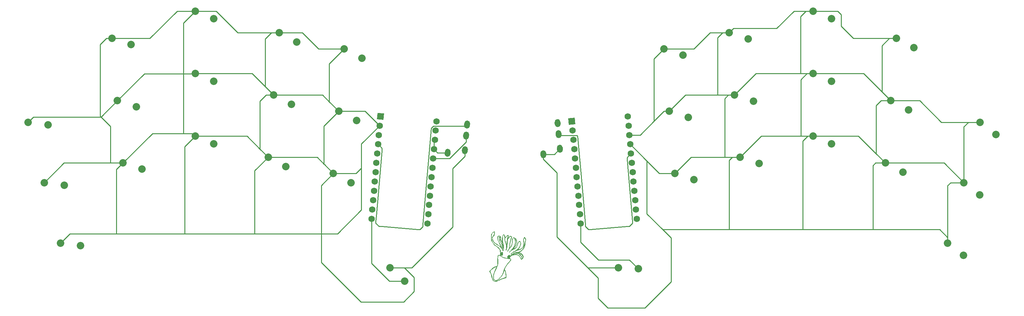
<source format=gbr>
%TF.GenerationSoftware,KiCad,Pcbnew,(5.1.9)-1*%
%TF.CreationDate,2021-06-30T20:34:51+02:00*%
%TF.ProjectId,dosidicus_gigas,646f7369-6469-4637-9573-5f6769676173,VERSION_HERE*%
%TF.SameCoordinates,Original*%
%TF.FileFunction,Copper,L2,Bot*%
%TF.FilePolarity,Positive*%
%FSLAX46Y46*%
G04 Gerber Fmt 4.6, Leading zero omitted, Abs format (unit mm)*
G04 Created by KiCad (PCBNEW (5.1.9)-1) date 2021-06-30 20:34:51*
%MOMM*%
%LPD*%
G01*
G04 APERTURE LIST*
%TA.AperFunction,EtchedComponent*%
%ADD10C,0.010000*%
%TD*%
%TA.AperFunction,ComponentPad*%
%ADD11C,2.032000*%
%TD*%
%TA.AperFunction,ComponentPad*%
%ADD12C,0.100000*%
%TD*%
%TA.AperFunction,ComponentPad*%
%ADD13C,1.752600*%
%TD*%
%TA.AperFunction,Conductor*%
%ADD14C,0.250000*%
%TD*%
G04 APERTURE END LIST*
D10*
%TO.C,G\u002A\u002A\u002A*%
G36*
X129804762Y-5302306D02*
G01*
X129710254Y-5270655D01*
X129441321Y-5087579D01*
X129229122Y-4746982D01*
X129075014Y-4251366D01*
X129031421Y-4019525D01*
X128940994Y-3650887D01*
X128795909Y-3247147D01*
X128679091Y-2996356D01*
X128410332Y-2492113D01*
X128896218Y-2044556D01*
X129368707Y-1639718D01*
X129759879Y-1372372D01*
X130078862Y-1236858D01*
X130231929Y-1216434D01*
X130376675Y-1191512D01*
X130484026Y-1103913D01*
X130558887Y-933470D01*
X130606161Y-660016D01*
X130630755Y-263385D01*
X130637572Y276590D01*
X130637005Y449039D01*
X130637077Y938201D01*
X130645567Y1286296D01*
X130665299Y1521494D01*
X130699100Y1671969D01*
X130749794Y1765894D01*
X130771498Y1790070D01*
X130975653Y1892417D01*
X131109452Y1893692D01*
X131247938Y1893252D01*
X131322624Y1990005D01*
X131360717Y2146800D01*
X131383605Y2582330D01*
X131313175Y3041533D01*
X131163606Y3441046D01*
X131131003Y3497557D01*
X130976719Y3680071D01*
X130725176Y3908766D01*
X130423695Y4141668D01*
X130337449Y4201464D01*
X129794439Y4617871D01*
X129379661Y5057976D01*
X129056726Y5557334D01*
X128978028Y5743713D01*
X128929011Y5975259D01*
X128903908Y6293842D01*
X128896958Y6717433D01*
X128896333Y7581199D01*
X129231016Y7923933D01*
X129443902Y8113692D01*
X129636434Y8238155D01*
X129729506Y8266667D01*
X129821936Y8250260D01*
X129862044Y8174062D01*
X129859531Y7997606D01*
X129839431Y7808204D01*
X129792414Y7465658D01*
X129737445Y7248742D01*
X129655621Y7114106D01*
X129528039Y7018402D01*
X129484509Y6994264D01*
X129323821Y6815988D01*
X129275214Y6518231D01*
X129339228Y6108916D01*
X129408643Y5879459D01*
X129476101Y5695408D01*
X129552456Y5540933D01*
X129657725Y5399036D01*
X129811927Y5252719D01*
X130035079Y5084983D01*
X130347198Y4878830D01*
X130768303Y4617261D01*
X131213786Y4346588D01*
X131499239Y4173803D01*
X131437974Y4378735D01*
X131386082Y4530986D01*
X131310118Y4706077D01*
X131192744Y4939477D01*
X131016623Y5266654D01*
X130903229Y5472667D01*
X130692415Y5936350D01*
X130583935Y6364719D01*
X130582742Y6726765D01*
X130666648Y6954488D01*
X130860725Y7128800D01*
X131093677Y7147586D01*
X131336966Y7010653D01*
X131389276Y6959361D01*
X131517826Y6790499D01*
X131532571Y6630751D01*
X131492095Y6490795D01*
X131445812Y6312155D01*
X131481851Y6279228D01*
X131487723Y6282597D01*
X131554103Y6269668D01*
X131555418Y6221997D01*
X131571467Y6055354D01*
X131642268Y5857613D01*
X131737072Y5697416D01*
X131815238Y5642000D01*
X131861040Y5721034D01*
X131891545Y5936259D01*
X131902000Y6237386D01*
X131927846Y6686352D01*
X131999027Y7049086D01*
X132106010Y7308001D01*
X132239260Y7445508D01*
X132389241Y7444020D01*
X132503009Y7346056D01*
X132584976Y7205962D01*
X132624425Y7014619D01*
X132628566Y6724097D01*
X132621403Y6558952D01*
X132616407Y6169562D01*
X132660110Y5850497D01*
X132768031Y5506028D01*
X132809688Y5397533D01*
X132935502Y5028989D01*
X133038685Y4640480D01*
X133088467Y4372000D01*
X133112499Y4216571D01*
X133130521Y4192100D01*
X133143653Y4308256D01*
X133153018Y4574709D01*
X133159552Y4984925D01*
X133171691Y5495894D01*
X133197800Y5879002D01*
X133242796Y6175478D01*
X133311594Y6426552D01*
X133341290Y6508925D01*
X133435007Y6773291D01*
X133496504Y6980889D01*
X133510624Y7060167D01*
X133462904Y7161121D01*
X133334078Y7137427D01*
X133145852Y6998990D01*
X132966931Y6812094D01*
X132777909Y6605635D01*
X132680389Y6527649D01*
X132682006Y6576308D01*
X132790394Y6749784D01*
X132854500Y6839014D01*
X133049572Y7050070D01*
X133265188Y7211912D01*
X133279354Y7219547D01*
X133447255Y7293942D01*
X133528835Y7275881D01*
X133566439Y7203842D01*
X133577665Y7035427D01*
X133536724Y6800248D01*
X133525335Y6760686D01*
X133463353Y6521463D01*
X133471640Y6436204D01*
X133550355Y6504736D01*
X133641003Y6634191D01*
X133877167Y6922234D01*
X134107867Y7063952D01*
X134317775Y7053233D01*
X134442460Y6953780D01*
X134488268Y6854990D01*
X134473928Y6708585D01*
X134391746Y6474481D01*
X134316505Y6297613D01*
X134199078Y5994216D01*
X134118436Y5683660D01*
X134063690Y5311433D01*
X134024888Y4837667D01*
X134002031Y4460936D01*
X133985870Y4152987D01*
X133978087Y3948994D01*
X133979299Y3883633D01*
X134030493Y3932293D01*
X134144116Y4081553D01*
X134213462Y4179967D01*
X134384101Y4497042D01*
X134508703Y4860549D01*
X134570065Y5206635D01*
X134556406Y5452754D01*
X134546441Y5696519D01*
X134600781Y6009922D01*
X134700164Y6322970D01*
X134825325Y6565672D01*
X134880175Y6629098D01*
X135011413Y6731151D01*
X135101992Y6710255D01*
X135197122Y6602853D01*
X135362843Y6455044D01*
X135499050Y6391922D01*
X135642517Y6284774D01*
X135762551Y6048225D01*
X135844357Y5721988D01*
X135863366Y5500583D01*
X135770339Y5500583D01*
X135670376Y6001275D01*
X135639007Y6086500D01*
X135536437Y6278920D01*
X135461734Y6313799D01*
X135437783Y6202858D01*
X135474530Y6002265D01*
X135528404Y5559726D01*
X135480528Y5049580D01*
X135338100Y4533850D01*
X135290384Y4415524D01*
X135108225Y3993381D01*
X135323315Y4195447D01*
X135589839Y4555921D01*
X135741171Y5004882D01*
X135770339Y5500583D01*
X135863366Y5500583D01*
X135873032Y5388000D01*
X135800983Y4895864D01*
X135570126Y4398704D01*
X135176169Y3887471D01*
X135145325Y3854085D01*
X134738333Y3417774D01*
X135181494Y3641635D01*
X135566893Y3906658D01*
X135828330Y4261454D01*
X135985124Y4733351D01*
X135997132Y4795334D01*
X136091237Y5112311D01*
X136236733Y5387529D01*
X136405373Y5578154D01*
X136555470Y5642000D01*
X136755145Y5566207D01*
X136896782Y5366032D01*
X136959578Y5082283D01*
X136948156Y4871674D01*
X136863230Y4556710D01*
X136713609Y4181865D01*
X136531543Y3817460D01*
X136349281Y3533820D01*
X136316181Y3493588D01*
X136236400Y3391299D01*
X136265140Y3361428D01*
X136428289Y3388288D01*
X136474000Y3397952D01*
X136919726Y3543467D01*
X137253508Y3779556D01*
X137455545Y4030052D01*
X137626791Y4407762D01*
X137721815Y4869247D01*
X137731936Y5343002D01*
X137660936Y5721809D01*
X137603428Y5938297D01*
X137614068Y6108368D01*
X137703725Y6312487D01*
X137752748Y6401464D01*
X137951913Y6755832D01*
X138103031Y6569210D01*
X138283551Y6239923D01*
X138305880Y5906855D01*
X138301050Y5891551D01*
X138227648Y5891551D01*
X138226663Y6061407D01*
X138144524Y6271671D01*
X138132783Y6296435D01*
X137985105Y6606119D01*
X137813925Y6335759D01*
X137704282Y6122288D01*
X137695652Y5939603D01*
X137735706Y5798732D01*
X137812082Y5416219D01*
X137819434Y4965508D01*
X137761156Y4527821D01*
X137670765Y4244274D01*
X137411851Y3840840D01*
X137060941Y3530024D01*
X136659219Y3345676D01*
X136548967Y3322226D01*
X136270261Y3246762D01*
X135909988Y3106245D01*
X135512202Y2922926D01*
X135120959Y2719054D01*
X134780314Y2516877D01*
X134534324Y2338645D01*
X134463587Y2269061D01*
X134340063Y2144398D01*
X134275701Y2122000D01*
X134273087Y2133660D01*
X134345859Y2284226D01*
X134544622Y2474130D01*
X134838319Y2679379D01*
X135195897Y2875982D01*
X135292941Y2921563D01*
X135881306Y3273473D01*
X136344570Y3736209D01*
X136675879Y4302592D01*
X136722448Y4418930D01*
X136829703Y4797830D01*
X136861906Y5134951D01*
X136819003Y5391670D01*
X136723963Y5517495D01*
X136545356Y5544452D01*
X136369054Y5421142D01*
X136208520Y5166264D01*
X136077219Y4798516D01*
X136019446Y4539116D01*
X135865247Y4143741D01*
X135567246Y3795396D01*
X135149574Y3519400D01*
X134974084Y3442442D01*
X134428129Y3141172D01*
X134111253Y2859924D01*
X133924942Y2674809D01*
X133834418Y2611304D01*
X133845796Y2673626D01*
X133848390Y2678667D01*
X133953610Y2831255D01*
X134144988Y3065977D01*
X134390128Y3344063D01*
X134534046Y3499238D01*
X134826507Y3822420D01*
X135024949Y4084601D01*
X135162129Y4337039D01*
X135270803Y4630990D01*
X135283742Y4672323D01*
X135398124Y5084674D01*
X135446715Y5406923D01*
X135431599Y5704103D01*
X135354860Y6041246D01*
X135330334Y6125830D01*
X135207596Y6434942D01*
X135078225Y6584862D01*
X134951389Y6584991D01*
X134836258Y6444731D01*
X134742001Y6173485D01*
X134677787Y5780653D01*
X134655483Y5433845D01*
X134614741Y4928880D01*
X134513760Y4533763D01*
X134331641Y4193643D01*
X134057320Y3864000D01*
X133837038Y3599059D01*
X133621545Y3289521D01*
X133559669Y3186667D01*
X133440525Y2996947D01*
X133361527Y2909722D01*
X133342353Y2925254D01*
X133385143Y3057497D01*
X133496856Y3275589D01*
X133612083Y3466770D01*
X133733350Y3668163D01*
X133815519Y3852099D01*
X133869394Y4063371D01*
X133905775Y4346774D01*
X133935466Y4747102D01*
X133940554Y4828849D01*
X133980341Y5324468D01*
X134036632Y5705752D01*
X134120007Y6027591D01*
X134225909Y6309329D01*
X134352675Y6647339D01*
X134391988Y6856453D01*
X134365401Y6937799D01*
X134217276Y6979982D01*
X134020139Y6901568D01*
X133813894Y6726075D01*
X133665383Y6525241D01*
X133532346Y6340756D01*
X133441508Y6303413D01*
X133425617Y6319953D01*
X133381955Y6321059D01*
X133360316Y6186313D01*
X133360120Y6178249D01*
X133357592Y6107667D01*
X133341333Y6107667D01*
X133299000Y6150000D01*
X133256666Y6107667D01*
X133299000Y6065334D01*
X133341333Y6107667D01*
X133357592Y6107667D01*
X133340418Y5628193D01*
X133305124Y5071982D01*
X133257775Y4541980D01*
X133201911Y4070552D01*
X133141070Y3690063D01*
X133078791Y3432879D01*
X133052995Y3369299D01*
X132948871Y3198542D01*
X132873560Y3126239D01*
X132862564Y3129214D01*
X132863611Y3227497D01*
X132911140Y3343183D01*
X132995296Y3636745D01*
X133009718Y4037813D01*
X132958286Y4501399D01*
X132844877Y4982513D01*
X132744988Y5270261D01*
X132607812Y5643554D01*
X132532537Y5946165D01*
X132504619Y6258508D01*
X132507079Y6585641D01*
X132500699Y7022070D01*
X132450595Y7295938D01*
X132356404Y7408373D01*
X132251179Y7384164D01*
X132127146Y7218096D01*
X132044016Y6919102D01*
X132003036Y6518882D01*
X132005454Y6049135D01*
X132052516Y5541560D01*
X132057321Y5515000D01*
X131817333Y5515000D01*
X131775000Y5557334D01*
X131732666Y5515000D01*
X131775000Y5472667D01*
X131817333Y5515000D01*
X132057321Y5515000D01*
X132145470Y5027856D01*
X132156593Y4980470D01*
X132264432Y4476610D01*
X132314264Y4078178D01*
X132308633Y3740310D01*
X132232344Y3740310D01*
X132157197Y3761231D01*
X132083729Y3740934D01*
X131944011Y3726291D01*
X131902528Y3831085D01*
X131902000Y3858295D01*
X131940851Y4010682D01*
X132047611Y4009248D01*
X132121125Y3949675D01*
X132193237Y3937003D01*
X132217486Y4034640D01*
X132197944Y4153052D01*
X132082597Y4164581D01*
X132023760Y4151453D01*
X131869544Y4137714D01*
X131819326Y4227794D01*
X131817333Y4278155D01*
X131850097Y4420660D01*
X131899343Y4456667D01*
X131944694Y4392285D01*
X131930285Y4308500D01*
X131910949Y4223548D01*
X131966928Y4271321D01*
X132014917Y4329667D01*
X132135307Y4514580D01*
X132119087Y4602060D01*
X131965142Y4596233D01*
X131944333Y4591232D01*
X131780284Y4578684D01*
X131732666Y4661724D01*
X131783630Y4806561D01*
X131817333Y4837667D01*
X131893952Y4822721D01*
X131903296Y4779164D01*
X131925384Y4722090D01*
X131983494Y4793099D01*
X132010951Y4930922D01*
X131971350Y4974133D01*
X131926366Y5082009D01*
X131946568Y5137616D01*
X131966402Y5204356D01*
X131900693Y5175526D01*
X131824084Y5156671D01*
X131839932Y5240104D01*
X131825868Y5378637D01*
X131769654Y5420669D01*
X131660497Y5530072D01*
X131648000Y5587951D01*
X131580151Y5723553D01*
X131531691Y5753182D01*
X131428885Y5870798D01*
X131363133Y6088458D01*
X131345208Y6338924D01*
X131385884Y6554957D01*
X131398833Y6582364D01*
X131450331Y6706830D01*
X131402447Y6705554D01*
X131326053Y6721548D01*
X131309333Y6808226D01*
X131253066Y7004907D01*
X131113365Y7085327D01*
X130933883Y7045134D01*
X130758272Y6879973D01*
X130747662Y6864245D01*
X130667376Y6710154D01*
X130647787Y6545976D01*
X130684789Y6306042D01*
X130706632Y6208079D01*
X130804708Y5905811D01*
X130962361Y5544013D01*
X131135485Y5218667D01*
X131306833Y4904531D01*
X131445194Y4602992D01*
X131521475Y4377669D01*
X131522652Y4372000D01*
X131592932Y4133955D01*
X131683069Y3956890D01*
X131689681Y3948667D01*
X131794772Y3795934D01*
X131928259Y3566684D01*
X131972850Y3483000D01*
X132075780Y3310097D01*
X132141487Y3248445D01*
X132153414Y3271334D01*
X132178691Y3452491D01*
X132211885Y3598473D01*
X132232344Y3740310D01*
X132308633Y3740310D01*
X132308501Y3732415D01*
X132249556Y3386560D01*
X132232651Y3316911D01*
X132139969Y2948838D01*
X131870491Y3469400D01*
X131751822Y3686927D01*
X131634125Y3858892D01*
X131487530Y4012608D01*
X131282163Y4175391D01*
X130988153Y4374554D01*
X130632064Y4601801D01*
X130139146Y4927521D01*
X129777644Y5208136D01*
X129525821Y5470778D01*
X129361943Y5742582D01*
X129264273Y6050681D01*
X129216260Y6369196D01*
X129193908Y6648494D01*
X129211818Y6820485D01*
X129288097Y6945744D01*
X129426579Y7072784D01*
X129600402Y7258398D01*
X129698286Y7485174D01*
X129744005Y7737500D01*
X129766644Y8023235D01*
X129730146Y8157162D01*
X129618514Y8146782D01*
X129415745Y7999598D01*
X129334383Y7929564D01*
X129191166Y7793142D01*
X129100991Y7660291D01*
X129046696Y7483470D01*
X129011119Y7215134D01*
X128990540Y6977064D01*
X128977526Y6370831D01*
X129055274Y5872323D01*
X129236207Y5439141D01*
X129532750Y5028886D01*
X129575605Y4980394D01*
X129860602Y4696564D01*
X130190457Y4415049D01*
X130400268Y4260936D01*
X130671523Y4067944D01*
X130910511Y3877009D01*
X131030126Y3765446D01*
X131257159Y3435655D01*
X131418862Y3036183D01*
X131479963Y2660220D01*
X131507763Y2426446D01*
X131572616Y2255334D01*
X131636885Y2178607D01*
X131624218Y2251513D01*
X131616311Y2276500D01*
X131603262Y2497101D01*
X131702907Y2644521D01*
X131824778Y2678667D01*
X131962160Y2608054D01*
X132040841Y2432269D01*
X132046941Y2358781D01*
X131897656Y2358781D01*
X131833791Y2424417D01*
X131827203Y2424667D01*
X131757274Y2352350D01*
X131711803Y2212260D01*
X131697856Y2070490D01*
X131749410Y2067387D01*
X131786599Y2095627D01*
X131879020Y2225641D01*
X131897656Y2358781D01*
X132046941Y2358781D01*
X132059676Y2205390D01*
X132017523Y1981495D01*
X131941716Y1860222D01*
X131789111Y1860222D01*
X131777489Y1910557D01*
X131732666Y1916667D01*
X131662976Y1885689D01*
X131676222Y1860222D01*
X131776702Y1850089D01*
X131789111Y1860222D01*
X131941716Y1860222D01*
X131913237Y1814663D01*
X131843956Y1771923D01*
X131681278Y1794509D01*
X131550146Y1911928D01*
X131440060Y2039303D01*
X131399618Y2037825D01*
X131394000Y1931812D01*
X131471217Y1755267D01*
X131679327Y1563833D01*
X131983016Y1375016D01*
X132346970Y1206322D01*
X132735877Y1075259D01*
X133114423Y999331D01*
X133299000Y987429D01*
X133541459Y992844D01*
X133692042Y1035638D01*
X133806753Y1151451D01*
X133941597Y1375921D01*
X133959476Y1407731D01*
X134146028Y1688890D01*
X134359612Y1939046D01*
X134469884Y2038386D01*
X134786212Y2244979D01*
X135140236Y2423320D01*
X135473829Y2547618D01*
X135717799Y2592141D01*
X136202284Y2666841D01*
X136700241Y2865029D01*
X137147818Y3159546D01*
X137237346Y3238452D01*
X137648072Y3729478D01*
X137905220Y4286700D01*
X138003520Y4883230D01*
X138038374Y5218189D01*
X138108312Y5541904D01*
X138150113Y5666209D01*
X138227648Y5891551D01*
X138301050Y5891551D01*
X138253713Y5741590D01*
X138189391Y5526627D01*
X138139944Y5226655D01*
X138124092Y5043941D01*
X138016820Y4353985D01*
X137777326Y3757870D01*
X137411479Y3265581D01*
X136925151Y2887106D01*
X136823570Y2830950D01*
X136369490Y2593735D01*
X136634190Y2540796D01*
X136801538Y2467000D01*
X136474000Y2467000D01*
X136431666Y2509334D01*
X136389333Y2467000D01*
X136431666Y2424667D01*
X136474000Y2467000D01*
X136801538Y2467000D01*
X136919727Y2414882D01*
X137206749Y2178923D01*
X137331482Y2025603D01*
X137222352Y2025603D01*
X137201751Y2072918D01*
X137116501Y2163812D01*
X137067491Y2145166D01*
X137066666Y2133330D01*
X137126803Y2061718D01*
X137164415Y2035582D01*
X137222352Y2025603D01*
X137331482Y2025603D01*
X137446268Y1884510D01*
X137589300Y1583233D01*
X137595572Y1554620D01*
X137446806Y1554620D01*
X137435797Y1682691D01*
X137393667Y1697790D01*
X137324287Y1714091D01*
X137320666Y1738488D01*
X137265297Y1845810D01*
X137133588Y2007467D01*
X136977136Y2166867D01*
X136847539Y2267414D01*
X136831909Y2274576D01*
X136788077Y2350660D01*
X136788901Y2353371D01*
X136730925Y2381372D01*
X136565395Y2370922D01*
X136563484Y2370623D01*
X136371128Y2370171D01*
X136264753Y2420752D01*
X136144818Y2505390D01*
X136114154Y2509334D01*
X136095683Y2470001D01*
X136174310Y2395257D01*
X136269580Y2297667D01*
X136135333Y2297667D01*
X136093000Y2340000D01*
X136050666Y2297667D01*
X136093000Y2255334D01*
X136135333Y2297667D01*
X136269580Y2297667D01*
X136273870Y2293273D01*
X136227842Y2217954D01*
X136221209Y2213747D01*
X136086081Y2222743D01*
X135947035Y2348990D01*
X135850767Y2457142D01*
X135832063Y2455490D01*
X135837019Y2445236D01*
X135832010Y2382334D01*
X135712000Y2382334D01*
X135669666Y2424667D01*
X135627333Y2382334D01*
X135669666Y2340000D01*
X135712000Y2382334D01*
X135832010Y2382334D01*
X135828510Y2338403D01*
X135724456Y2279233D01*
X135597071Y2292351D01*
X135540185Y2344016D01*
X135467950Y2399877D01*
X135340732Y2390621D01*
X135134017Y2307831D01*
X134823295Y2143087D01*
X134625853Y2030016D01*
X134387788Y1879277D01*
X134301586Y1798445D01*
X134362017Y1794217D01*
X134563852Y1873287D01*
X134698292Y1937271D01*
X135197259Y2100978D01*
X135684957Y2107462D01*
X136135375Y1965874D01*
X136522499Y1685361D01*
X136820320Y1275073D01*
X136868823Y1173864D01*
X136986752Y924108D01*
X137073615Y803734D01*
X137158925Y784003D01*
X137236202Y816108D01*
X137376122Y974958D01*
X137416139Y1136479D01*
X137432225Y1389042D01*
X137446806Y1554620D01*
X137595572Y1554620D01*
X137603079Y1520382D01*
X137613714Y1281667D01*
X137574666Y1281667D01*
X137532333Y1324000D01*
X137490000Y1281667D01*
X137532333Y1239334D01*
X137574666Y1281667D01*
X137613714Y1281667D01*
X137614143Y1272045D01*
X137533832Y1060907D01*
X137437155Y921693D01*
X137235895Y718567D01*
X137065908Y681657D01*
X136923418Y811624D01*
X136829286Y1028206D01*
X136612901Y1471757D01*
X136297943Y1778514D01*
X135882005Y1950013D01*
X135362674Y1987789D01*
X135326722Y1985745D01*
X134847340Y1895149D01*
X134425333Y1701424D01*
X134102107Y1427244D01*
X133980463Y1248506D01*
X133914301Y1087306D01*
X133957149Y997146D01*
X134049190Y944181D01*
X134201319Y790095D01*
X134244485Y663324D01*
X134173313Y663324D01*
X134147701Y758885D01*
X134080751Y820430D01*
X133937834Y859093D01*
X133684319Y886008D01*
X133426000Y903601D01*
X132647807Y1027482D01*
X131953234Y1294277D01*
X131453028Y1616758D01*
X131177802Y1789071D01*
X130970076Y1812732D01*
X130817319Y1688314D01*
X130792952Y1647007D01*
X130741466Y1437679D01*
X130724418Y1065502D01*
X130738131Y596285D01*
X130754512Y42790D01*
X130732519Y-410939D01*
X130660538Y-817901D01*
X130526953Y-1231096D01*
X130320150Y-1703523D01*
X130164703Y-2020333D01*
X129937319Y-2492934D01*
X129781004Y-2874733D01*
X129677256Y-3218629D01*
X129607570Y-3577522D01*
X129598435Y-3639242D01*
X129553644Y-4191910D01*
X129596443Y-4604475D01*
X129725502Y-4875161D01*
X129939492Y-5002193D01*
X130237083Y-4983793D01*
X130520312Y-4870452D01*
X130760255Y-4709438D01*
X131057063Y-4455963D01*
X131366366Y-4153303D01*
X131643789Y-3844731D01*
X131836671Y-3586666D01*
X131921658Y-3415328D01*
X132038324Y-3129987D01*
X132167816Y-2778258D01*
X132237293Y-2574906D01*
X132498562Y-1864443D01*
X132777850Y-1275996D01*
X133101972Y-762477D01*
X133497742Y-276795D01*
X133622979Y-141563D01*
X133912785Y178155D01*
X134089259Y410298D01*
X134167768Y577339D01*
X134173313Y663324D01*
X134244485Y663324D01*
X134256764Y627266D01*
X134246556Y498521D01*
X134174630Y345052D01*
X134022812Y139794D01*
X133772927Y-144316D01*
X133648279Y-278793D01*
X133209375Y-793108D01*
X132873201Y-1281798D01*
X132746653Y-1516553D01*
X132611597Y-1809041D01*
X132545871Y-1992335D01*
X132541828Y-2108066D01*
X132591819Y-2197863D01*
X132616294Y-2226064D01*
X132711079Y-2402468D01*
X132806428Y-2696874D01*
X132891481Y-3058336D01*
X132955373Y-3435907D01*
X132987243Y-3778641D01*
X132985751Y-3947897D01*
X132910975Y-3947897D01*
X132889095Y-3669527D01*
X132839488Y-3326857D01*
X132770465Y-2969450D01*
X132690333Y-2646867D01*
X132613513Y-2422458D01*
X132476122Y-2105000D01*
X132251168Y-2790750D01*
X132117951Y-3150699D01*
X131968408Y-3484340D01*
X131830799Y-3729852D01*
X131806069Y-3764417D01*
X131397470Y-4247824D01*
X130993821Y-4630713D01*
X130610363Y-4905030D01*
X130262338Y-5062723D01*
X129964985Y-5095740D01*
X129733546Y-4996027D01*
X129652661Y-4902226D01*
X129506147Y-4538462D01*
X129459647Y-4070794D01*
X129509388Y-3529120D01*
X129651602Y-2943335D01*
X129882517Y-2343338D01*
X130007346Y-2089923D01*
X130168301Y-1780432D01*
X130293970Y-1530576D01*
X130366809Y-1375662D01*
X130378000Y-1343911D01*
X130307577Y-1302891D01*
X130127966Y-1321506D01*
X129899031Y-1390391D01*
X129722012Y-1492654D01*
X129477334Y-1677717D01*
X129215516Y-1907107D01*
X129194885Y-1926658D01*
X128955625Y-2146387D01*
X128753495Y-2316770D01*
X128627185Y-2405462D01*
X128616951Y-2409794D01*
X128577548Y-2476175D01*
X128618993Y-2637964D01*
X128747251Y-2916965D01*
X128765527Y-2953027D01*
X128920471Y-3316626D01*
X129059239Y-3743769D01*
X129136200Y-4066371D01*
X129255055Y-4556706D01*
X129408200Y-4900571D01*
X129607452Y-5119334D01*
X129765290Y-5203808D01*
X129934953Y-5248598D01*
X130118132Y-5245088D01*
X130346426Y-5184280D01*
X130651433Y-5057177D01*
X131064751Y-4854782D01*
X131157523Y-4807386D01*
X131541007Y-4626684D01*
X131932778Y-4468561D01*
X132267978Y-4358339D01*
X132371762Y-4333320D01*
X132650100Y-4258188D01*
X132841572Y-4169187D01*
X132896820Y-4112405D01*
X132910975Y-3947897D01*
X132985751Y-3947897D01*
X132985658Y-3958355D01*
X132960333Y-4300991D01*
X132367666Y-4435956D01*
X132018972Y-4539607D01*
X131596413Y-4700561D01*
X131172144Y-4890373D01*
X131018527Y-4967794D01*
X130637469Y-5163310D01*
X130364918Y-5285409D01*
X130161519Y-5343201D01*
X129987918Y-5345797D01*
X129804762Y-5302306D01*
G37*
X129804762Y-5302306D02*
X129710254Y-5270655D01*
X129441321Y-5087579D01*
X129229122Y-4746982D01*
X129075014Y-4251366D01*
X129031421Y-4019525D01*
X128940994Y-3650887D01*
X128795909Y-3247147D01*
X128679091Y-2996356D01*
X128410332Y-2492113D01*
X128896218Y-2044556D01*
X129368707Y-1639718D01*
X129759879Y-1372372D01*
X130078862Y-1236858D01*
X130231929Y-1216434D01*
X130376675Y-1191512D01*
X130484026Y-1103913D01*
X130558887Y-933470D01*
X130606161Y-660016D01*
X130630755Y-263385D01*
X130637572Y276590D01*
X130637005Y449039D01*
X130637077Y938201D01*
X130645567Y1286296D01*
X130665299Y1521494D01*
X130699100Y1671969D01*
X130749794Y1765894D01*
X130771498Y1790070D01*
X130975653Y1892417D01*
X131109452Y1893692D01*
X131247938Y1893252D01*
X131322624Y1990005D01*
X131360717Y2146800D01*
X131383605Y2582330D01*
X131313175Y3041533D01*
X131163606Y3441046D01*
X131131003Y3497557D01*
X130976719Y3680071D01*
X130725176Y3908766D01*
X130423695Y4141668D01*
X130337449Y4201464D01*
X129794439Y4617871D01*
X129379661Y5057976D01*
X129056726Y5557334D01*
X128978028Y5743713D01*
X128929011Y5975259D01*
X128903908Y6293842D01*
X128896958Y6717433D01*
X128896333Y7581199D01*
X129231016Y7923933D01*
X129443902Y8113692D01*
X129636434Y8238155D01*
X129729506Y8266667D01*
X129821936Y8250260D01*
X129862044Y8174062D01*
X129859531Y7997606D01*
X129839431Y7808204D01*
X129792414Y7465658D01*
X129737445Y7248742D01*
X129655621Y7114106D01*
X129528039Y7018402D01*
X129484509Y6994264D01*
X129323821Y6815988D01*
X129275214Y6518231D01*
X129339228Y6108916D01*
X129408643Y5879459D01*
X129476101Y5695408D01*
X129552456Y5540933D01*
X129657725Y5399036D01*
X129811927Y5252719D01*
X130035079Y5084983D01*
X130347198Y4878830D01*
X130768303Y4617261D01*
X131213786Y4346588D01*
X131499239Y4173803D01*
X131437974Y4378735D01*
X131386082Y4530986D01*
X131310118Y4706077D01*
X131192744Y4939477D01*
X131016623Y5266654D01*
X130903229Y5472667D01*
X130692415Y5936350D01*
X130583935Y6364719D01*
X130582742Y6726765D01*
X130666648Y6954488D01*
X130860725Y7128800D01*
X131093677Y7147586D01*
X131336966Y7010653D01*
X131389276Y6959361D01*
X131517826Y6790499D01*
X131532571Y6630751D01*
X131492095Y6490795D01*
X131445812Y6312155D01*
X131481851Y6279228D01*
X131487723Y6282597D01*
X131554103Y6269668D01*
X131555418Y6221997D01*
X131571467Y6055354D01*
X131642268Y5857613D01*
X131737072Y5697416D01*
X131815238Y5642000D01*
X131861040Y5721034D01*
X131891545Y5936259D01*
X131902000Y6237386D01*
X131927846Y6686352D01*
X131999027Y7049086D01*
X132106010Y7308001D01*
X132239260Y7445508D01*
X132389241Y7444020D01*
X132503009Y7346056D01*
X132584976Y7205962D01*
X132624425Y7014619D01*
X132628566Y6724097D01*
X132621403Y6558952D01*
X132616407Y6169562D01*
X132660110Y5850497D01*
X132768031Y5506028D01*
X132809688Y5397533D01*
X132935502Y5028989D01*
X133038685Y4640480D01*
X133088467Y4372000D01*
X133112499Y4216571D01*
X133130521Y4192100D01*
X133143653Y4308256D01*
X133153018Y4574709D01*
X133159552Y4984925D01*
X133171691Y5495894D01*
X133197800Y5879002D01*
X133242796Y6175478D01*
X133311594Y6426552D01*
X133341290Y6508925D01*
X133435007Y6773291D01*
X133496504Y6980889D01*
X133510624Y7060167D01*
X133462904Y7161121D01*
X133334078Y7137427D01*
X133145852Y6998990D01*
X132966931Y6812094D01*
X132777909Y6605635D01*
X132680389Y6527649D01*
X132682006Y6576308D01*
X132790394Y6749784D01*
X132854500Y6839014D01*
X133049572Y7050070D01*
X133265188Y7211912D01*
X133279354Y7219547D01*
X133447255Y7293942D01*
X133528835Y7275881D01*
X133566439Y7203842D01*
X133577665Y7035427D01*
X133536724Y6800248D01*
X133525335Y6760686D01*
X133463353Y6521463D01*
X133471640Y6436204D01*
X133550355Y6504736D01*
X133641003Y6634191D01*
X133877167Y6922234D01*
X134107867Y7063952D01*
X134317775Y7053233D01*
X134442460Y6953780D01*
X134488268Y6854990D01*
X134473928Y6708585D01*
X134391746Y6474481D01*
X134316505Y6297613D01*
X134199078Y5994216D01*
X134118436Y5683660D01*
X134063690Y5311433D01*
X134024888Y4837667D01*
X134002031Y4460936D01*
X133985870Y4152987D01*
X133978087Y3948994D01*
X133979299Y3883633D01*
X134030493Y3932293D01*
X134144116Y4081553D01*
X134213462Y4179967D01*
X134384101Y4497042D01*
X134508703Y4860549D01*
X134570065Y5206635D01*
X134556406Y5452754D01*
X134546441Y5696519D01*
X134600781Y6009922D01*
X134700164Y6322970D01*
X134825325Y6565672D01*
X134880175Y6629098D01*
X135011413Y6731151D01*
X135101992Y6710255D01*
X135197122Y6602853D01*
X135362843Y6455044D01*
X135499050Y6391922D01*
X135642517Y6284774D01*
X135762551Y6048225D01*
X135844357Y5721988D01*
X135863366Y5500583D01*
X135770339Y5500583D01*
X135670376Y6001275D01*
X135639007Y6086500D01*
X135536437Y6278920D01*
X135461734Y6313799D01*
X135437783Y6202858D01*
X135474530Y6002265D01*
X135528404Y5559726D01*
X135480528Y5049580D01*
X135338100Y4533850D01*
X135290384Y4415524D01*
X135108225Y3993381D01*
X135323315Y4195447D01*
X135589839Y4555921D01*
X135741171Y5004882D01*
X135770339Y5500583D01*
X135863366Y5500583D01*
X135873032Y5388000D01*
X135800983Y4895864D01*
X135570126Y4398704D01*
X135176169Y3887471D01*
X135145325Y3854085D01*
X134738333Y3417774D01*
X135181494Y3641635D01*
X135566893Y3906658D01*
X135828330Y4261454D01*
X135985124Y4733351D01*
X135997132Y4795334D01*
X136091237Y5112311D01*
X136236733Y5387529D01*
X136405373Y5578154D01*
X136555470Y5642000D01*
X136755145Y5566207D01*
X136896782Y5366032D01*
X136959578Y5082283D01*
X136948156Y4871674D01*
X136863230Y4556710D01*
X136713609Y4181865D01*
X136531543Y3817460D01*
X136349281Y3533820D01*
X136316181Y3493588D01*
X136236400Y3391299D01*
X136265140Y3361428D01*
X136428289Y3388288D01*
X136474000Y3397952D01*
X136919726Y3543467D01*
X137253508Y3779556D01*
X137455545Y4030052D01*
X137626791Y4407762D01*
X137721815Y4869247D01*
X137731936Y5343002D01*
X137660936Y5721809D01*
X137603428Y5938297D01*
X137614068Y6108368D01*
X137703725Y6312487D01*
X137752748Y6401464D01*
X137951913Y6755832D01*
X138103031Y6569210D01*
X138283551Y6239923D01*
X138305880Y5906855D01*
X138301050Y5891551D01*
X138227648Y5891551D01*
X138226663Y6061407D01*
X138144524Y6271671D01*
X138132783Y6296435D01*
X137985105Y6606119D01*
X137813925Y6335759D01*
X137704282Y6122288D01*
X137695652Y5939603D01*
X137735706Y5798732D01*
X137812082Y5416219D01*
X137819434Y4965508D01*
X137761156Y4527821D01*
X137670765Y4244274D01*
X137411851Y3840840D01*
X137060941Y3530024D01*
X136659219Y3345676D01*
X136548967Y3322226D01*
X136270261Y3246762D01*
X135909988Y3106245D01*
X135512202Y2922926D01*
X135120959Y2719054D01*
X134780314Y2516877D01*
X134534324Y2338645D01*
X134463587Y2269061D01*
X134340063Y2144398D01*
X134275701Y2122000D01*
X134273087Y2133660D01*
X134345859Y2284226D01*
X134544622Y2474130D01*
X134838319Y2679379D01*
X135195897Y2875982D01*
X135292941Y2921563D01*
X135881306Y3273473D01*
X136344570Y3736209D01*
X136675879Y4302592D01*
X136722448Y4418930D01*
X136829703Y4797830D01*
X136861906Y5134951D01*
X136819003Y5391670D01*
X136723963Y5517495D01*
X136545356Y5544452D01*
X136369054Y5421142D01*
X136208520Y5166264D01*
X136077219Y4798516D01*
X136019446Y4539116D01*
X135865247Y4143741D01*
X135567246Y3795396D01*
X135149574Y3519400D01*
X134974084Y3442442D01*
X134428129Y3141172D01*
X134111253Y2859924D01*
X133924942Y2674809D01*
X133834418Y2611304D01*
X133845796Y2673626D01*
X133848390Y2678667D01*
X133953610Y2831255D01*
X134144988Y3065977D01*
X134390128Y3344063D01*
X134534046Y3499238D01*
X134826507Y3822420D01*
X135024949Y4084601D01*
X135162129Y4337039D01*
X135270803Y4630990D01*
X135283742Y4672323D01*
X135398124Y5084674D01*
X135446715Y5406923D01*
X135431599Y5704103D01*
X135354860Y6041246D01*
X135330334Y6125830D01*
X135207596Y6434942D01*
X135078225Y6584862D01*
X134951389Y6584991D01*
X134836258Y6444731D01*
X134742001Y6173485D01*
X134677787Y5780653D01*
X134655483Y5433845D01*
X134614741Y4928880D01*
X134513760Y4533763D01*
X134331641Y4193643D01*
X134057320Y3864000D01*
X133837038Y3599059D01*
X133621545Y3289521D01*
X133559669Y3186667D01*
X133440525Y2996947D01*
X133361527Y2909722D01*
X133342353Y2925254D01*
X133385143Y3057497D01*
X133496856Y3275589D01*
X133612083Y3466770D01*
X133733350Y3668163D01*
X133815519Y3852099D01*
X133869394Y4063371D01*
X133905775Y4346774D01*
X133935466Y4747102D01*
X133940554Y4828849D01*
X133980341Y5324468D01*
X134036632Y5705752D01*
X134120007Y6027591D01*
X134225909Y6309329D01*
X134352675Y6647339D01*
X134391988Y6856453D01*
X134365401Y6937799D01*
X134217276Y6979982D01*
X134020139Y6901568D01*
X133813894Y6726075D01*
X133665383Y6525241D01*
X133532346Y6340756D01*
X133441508Y6303413D01*
X133425617Y6319953D01*
X133381955Y6321059D01*
X133360316Y6186313D01*
X133360120Y6178249D01*
X133357592Y6107667D01*
X133341333Y6107667D01*
X133299000Y6150000D01*
X133256666Y6107667D01*
X133299000Y6065334D01*
X133341333Y6107667D01*
X133357592Y6107667D01*
X133340418Y5628193D01*
X133305124Y5071982D01*
X133257775Y4541980D01*
X133201911Y4070552D01*
X133141070Y3690063D01*
X133078791Y3432879D01*
X133052995Y3369299D01*
X132948871Y3198542D01*
X132873560Y3126239D01*
X132862564Y3129214D01*
X132863611Y3227497D01*
X132911140Y3343183D01*
X132995296Y3636745D01*
X133009718Y4037813D01*
X132958286Y4501399D01*
X132844877Y4982513D01*
X132744988Y5270261D01*
X132607812Y5643554D01*
X132532537Y5946165D01*
X132504619Y6258508D01*
X132507079Y6585641D01*
X132500699Y7022070D01*
X132450595Y7295938D01*
X132356404Y7408373D01*
X132251179Y7384164D01*
X132127146Y7218096D01*
X132044016Y6919102D01*
X132003036Y6518882D01*
X132005454Y6049135D01*
X132052516Y5541560D01*
X132057321Y5515000D01*
X131817333Y5515000D01*
X131775000Y5557334D01*
X131732666Y5515000D01*
X131775000Y5472667D01*
X131817333Y5515000D01*
X132057321Y5515000D01*
X132145470Y5027856D01*
X132156593Y4980470D01*
X132264432Y4476610D01*
X132314264Y4078178D01*
X132308633Y3740310D01*
X132232344Y3740310D01*
X132157197Y3761231D01*
X132083729Y3740934D01*
X131944011Y3726291D01*
X131902528Y3831085D01*
X131902000Y3858295D01*
X131940851Y4010682D01*
X132047611Y4009248D01*
X132121125Y3949675D01*
X132193237Y3937003D01*
X132217486Y4034640D01*
X132197944Y4153052D01*
X132082597Y4164581D01*
X132023760Y4151453D01*
X131869544Y4137714D01*
X131819326Y4227794D01*
X131817333Y4278155D01*
X131850097Y4420660D01*
X131899343Y4456667D01*
X131944694Y4392285D01*
X131930285Y4308500D01*
X131910949Y4223548D01*
X131966928Y4271321D01*
X132014917Y4329667D01*
X132135307Y4514580D01*
X132119087Y4602060D01*
X131965142Y4596233D01*
X131944333Y4591232D01*
X131780284Y4578684D01*
X131732666Y4661724D01*
X131783630Y4806561D01*
X131817333Y4837667D01*
X131893952Y4822721D01*
X131903296Y4779164D01*
X131925384Y4722090D01*
X131983494Y4793099D01*
X132010951Y4930922D01*
X131971350Y4974133D01*
X131926366Y5082009D01*
X131946568Y5137616D01*
X131966402Y5204356D01*
X131900693Y5175526D01*
X131824084Y5156671D01*
X131839932Y5240104D01*
X131825868Y5378637D01*
X131769654Y5420669D01*
X131660497Y5530072D01*
X131648000Y5587951D01*
X131580151Y5723553D01*
X131531691Y5753182D01*
X131428885Y5870798D01*
X131363133Y6088458D01*
X131345208Y6338924D01*
X131385884Y6554957D01*
X131398833Y6582364D01*
X131450331Y6706830D01*
X131402447Y6705554D01*
X131326053Y6721548D01*
X131309333Y6808226D01*
X131253066Y7004907D01*
X131113365Y7085327D01*
X130933883Y7045134D01*
X130758272Y6879973D01*
X130747662Y6864245D01*
X130667376Y6710154D01*
X130647787Y6545976D01*
X130684789Y6306042D01*
X130706632Y6208079D01*
X130804708Y5905811D01*
X130962361Y5544013D01*
X131135485Y5218667D01*
X131306833Y4904531D01*
X131445194Y4602992D01*
X131521475Y4377669D01*
X131522652Y4372000D01*
X131592932Y4133955D01*
X131683069Y3956890D01*
X131689681Y3948667D01*
X131794772Y3795934D01*
X131928259Y3566684D01*
X131972850Y3483000D01*
X132075780Y3310097D01*
X132141487Y3248445D01*
X132153414Y3271334D01*
X132178691Y3452491D01*
X132211885Y3598473D01*
X132232344Y3740310D01*
X132308633Y3740310D01*
X132308501Y3732415D01*
X132249556Y3386560D01*
X132232651Y3316911D01*
X132139969Y2948838D01*
X131870491Y3469400D01*
X131751822Y3686927D01*
X131634125Y3858892D01*
X131487530Y4012608D01*
X131282163Y4175391D01*
X130988153Y4374554D01*
X130632064Y4601801D01*
X130139146Y4927521D01*
X129777644Y5208136D01*
X129525821Y5470778D01*
X129361943Y5742582D01*
X129264273Y6050681D01*
X129216260Y6369196D01*
X129193908Y6648494D01*
X129211818Y6820485D01*
X129288097Y6945744D01*
X129426579Y7072784D01*
X129600402Y7258398D01*
X129698286Y7485174D01*
X129744005Y7737500D01*
X129766644Y8023235D01*
X129730146Y8157162D01*
X129618514Y8146782D01*
X129415745Y7999598D01*
X129334383Y7929564D01*
X129191166Y7793142D01*
X129100991Y7660291D01*
X129046696Y7483470D01*
X129011119Y7215134D01*
X128990540Y6977064D01*
X128977526Y6370831D01*
X129055274Y5872323D01*
X129236207Y5439141D01*
X129532750Y5028886D01*
X129575605Y4980394D01*
X129860602Y4696564D01*
X130190457Y4415049D01*
X130400268Y4260936D01*
X130671523Y4067944D01*
X130910511Y3877009D01*
X131030126Y3765446D01*
X131257159Y3435655D01*
X131418862Y3036183D01*
X131479963Y2660220D01*
X131507763Y2426446D01*
X131572616Y2255334D01*
X131636885Y2178607D01*
X131624218Y2251513D01*
X131616311Y2276500D01*
X131603262Y2497101D01*
X131702907Y2644521D01*
X131824778Y2678667D01*
X131962160Y2608054D01*
X132040841Y2432269D01*
X132046941Y2358781D01*
X131897656Y2358781D01*
X131833791Y2424417D01*
X131827203Y2424667D01*
X131757274Y2352350D01*
X131711803Y2212260D01*
X131697856Y2070490D01*
X131749410Y2067387D01*
X131786599Y2095627D01*
X131879020Y2225641D01*
X131897656Y2358781D01*
X132046941Y2358781D01*
X132059676Y2205390D01*
X132017523Y1981495D01*
X131941716Y1860222D01*
X131789111Y1860222D01*
X131777489Y1910557D01*
X131732666Y1916667D01*
X131662976Y1885689D01*
X131676222Y1860222D01*
X131776702Y1850089D01*
X131789111Y1860222D01*
X131941716Y1860222D01*
X131913237Y1814663D01*
X131843956Y1771923D01*
X131681278Y1794509D01*
X131550146Y1911928D01*
X131440060Y2039303D01*
X131399618Y2037825D01*
X131394000Y1931812D01*
X131471217Y1755267D01*
X131679327Y1563833D01*
X131983016Y1375016D01*
X132346970Y1206322D01*
X132735877Y1075259D01*
X133114423Y999331D01*
X133299000Y987429D01*
X133541459Y992844D01*
X133692042Y1035638D01*
X133806753Y1151451D01*
X133941597Y1375921D01*
X133959476Y1407731D01*
X134146028Y1688890D01*
X134359612Y1939046D01*
X134469884Y2038386D01*
X134786212Y2244979D01*
X135140236Y2423320D01*
X135473829Y2547618D01*
X135717799Y2592141D01*
X136202284Y2666841D01*
X136700241Y2865029D01*
X137147818Y3159546D01*
X137237346Y3238452D01*
X137648072Y3729478D01*
X137905220Y4286700D01*
X138003520Y4883230D01*
X138038374Y5218189D01*
X138108312Y5541904D01*
X138150113Y5666209D01*
X138227648Y5891551D01*
X138301050Y5891551D01*
X138253713Y5741590D01*
X138189391Y5526627D01*
X138139944Y5226655D01*
X138124092Y5043941D01*
X138016820Y4353985D01*
X137777326Y3757870D01*
X137411479Y3265581D01*
X136925151Y2887106D01*
X136823570Y2830950D01*
X136369490Y2593735D01*
X136634190Y2540796D01*
X136801538Y2467000D01*
X136474000Y2467000D01*
X136431666Y2509334D01*
X136389333Y2467000D01*
X136431666Y2424667D01*
X136474000Y2467000D01*
X136801538Y2467000D01*
X136919727Y2414882D01*
X137206749Y2178923D01*
X137331482Y2025603D01*
X137222352Y2025603D01*
X137201751Y2072918D01*
X137116501Y2163812D01*
X137067491Y2145166D01*
X137066666Y2133330D01*
X137126803Y2061718D01*
X137164415Y2035582D01*
X137222352Y2025603D01*
X137331482Y2025603D01*
X137446268Y1884510D01*
X137589300Y1583233D01*
X137595572Y1554620D01*
X137446806Y1554620D01*
X137435797Y1682691D01*
X137393667Y1697790D01*
X137324287Y1714091D01*
X137320666Y1738488D01*
X137265297Y1845810D01*
X137133588Y2007467D01*
X136977136Y2166867D01*
X136847539Y2267414D01*
X136831909Y2274576D01*
X136788077Y2350660D01*
X136788901Y2353371D01*
X136730925Y2381372D01*
X136565395Y2370922D01*
X136563484Y2370623D01*
X136371128Y2370171D01*
X136264753Y2420752D01*
X136144818Y2505390D01*
X136114154Y2509334D01*
X136095683Y2470001D01*
X136174310Y2395257D01*
X136269580Y2297667D01*
X136135333Y2297667D01*
X136093000Y2340000D01*
X136050666Y2297667D01*
X136093000Y2255334D01*
X136135333Y2297667D01*
X136269580Y2297667D01*
X136273870Y2293273D01*
X136227842Y2217954D01*
X136221209Y2213747D01*
X136086081Y2222743D01*
X135947035Y2348990D01*
X135850767Y2457142D01*
X135832063Y2455490D01*
X135837019Y2445236D01*
X135832010Y2382334D01*
X135712000Y2382334D01*
X135669666Y2424667D01*
X135627333Y2382334D01*
X135669666Y2340000D01*
X135712000Y2382334D01*
X135832010Y2382334D01*
X135828510Y2338403D01*
X135724456Y2279233D01*
X135597071Y2292351D01*
X135540185Y2344016D01*
X135467950Y2399877D01*
X135340732Y2390621D01*
X135134017Y2307831D01*
X134823295Y2143087D01*
X134625853Y2030016D01*
X134387788Y1879277D01*
X134301586Y1798445D01*
X134362017Y1794217D01*
X134563852Y1873287D01*
X134698292Y1937271D01*
X135197259Y2100978D01*
X135684957Y2107462D01*
X136135375Y1965874D01*
X136522499Y1685361D01*
X136820320Y1275073D01*
X136868823Y1173864D01*
X136986752Y924108D01*
X137073615Y803734D01*
X137158925Y784003D01*
X137236202Y816108D01*
X137376122Y974958D01*
X137416139Y1136479D01*
X137432225Y1389042D01*
X137446806Y1554620D01*
X137595572Y1554620D01*
X137603079Y1520382D01*
X137613714Y1281667D01*
X137574666Y1281667D01*
X137532333Y1324000D01*
X137490000Y1281667D01*
X137532333Y1239334D01*
X137574666Y1281667D01*
X137613714Y1281667D01*
X137614143Y1272045D01*
X137533832Y1060907D01*
X137437155Y921693D01*
X137235895Y718567D01*
X137065908Y681657D01*
X136923418Y811624D01*
X136829286Y1028206D01*
X136612901Y1471757D01*
X136297943Y1778514D01*
X135882005Y1950013D01*
X135362674Y1987789D01*
X135326722Y1985745D01*
X134847340Y1895149D01*
X134425333Y1701424D01*
X134102107Y1427244D01*
X133980463Y1248506D01*
X133914301Y1087306D01*
X133957149Y997146D01*
X134049190Y944181D01*
X134201319Y790095D01*
X134244485Y663324D01*
X134173313Y663324D01*
X134147701Y758885D01*
X134080751Y820430D01*
X133937834Y859093D01*
X133684319Y886008D01*
X133426000Y903601D01*
X132647807Y1027482D01*
X131953234Y1294277D01*
X131453028Y1616758D01*
X131177802Y1789071D01*
X130970076Y1812732D01*
X130817319Y1688314D01*
X130792952Y1647007D01*
X130741466Y1437679D01*
X130724418Y1065502D01*
X130738131Y596285D01*
X130754512Y42790D01*
X130732519Y-410939D01*
X130660538Y-817901D01*
X130526953Y-1231096D01*
X130320150Y-1703523D01*
X130164703Y-2020333D01*
X129937319Y-2492934D01*
X129781004Y-2874733D01*
X129677256Y-3218629D01*
X129607570Y-3577522D01*
X129598435Y-3639242D01*
X129553644Y-4191910D01*
X129596443Y-4604475D01*
X129725502Y-4875161D01*
X129939492Y-5002193D01*
X130237083Y-4983793D01*
X130520312Y-4870452D01*
X130760255Y-4709438D01*
X131057063Y-4455963D01*
X131366366Y-4153303D01*
X131643789Y-3844731D01*
X131836671Y-3586666D01*
X131921658Y-3415328D01*
X132038324Y-3129987D01*
X132167816Y-2778258D01*
X132237293Y-2574906D01*
X132498562Y-1864443D01*
X132777850Y-1275996D01*
X133101972Y-762477D01*
X133497742Y-276795D01*
X133622979Y-141563D01*
X133912785Y178155D01*
X134089259Y410298D01*
X134167768Y577339D01*
X134173313Y663324D01*
X134244485Y663324D01*
X134256764Y627266D01*
X134246556Y498521D01*
X134174630Y345052D01*
X134022812Y139794D01*
X133772927Y-144316D01*
X133648279Y-278793D01*
X133209375Y-793108D01*
X132873201Y-1281798D01*
X132746653Y-1516553D01*
X132611597Y-1809041D01*
X132545871Y-1992335D01*
X132541828Y-2108066D01*
X132591819Y-2197863D01*
X132616294Y-2226064D01*
X132711079Y-2402468D01*
X132806428Y-2696874D01*
X132891481Y-3058336D01*
X132955373Y-3435907D01*
X132987243Y-3778641D01*
X132985751Y-3947897D01*
X132910975Y-3947897D01*
X132889095Y-3669527D01*
X132839488Y-3326857D01*
X132770465Y-2969450D01*
X132690333Y-2646867D01*
X132613513Y-2422458D01*
X132476122Y-2105000D01*
X132251168Y-2790750D01*
X132117951Y-3150699D01*
X131968408Y-3484340D01*
X131830799Y-3729852D01*
X131806069Y-3764417D01*
X131397470Y-4247824D01*
X130993821Y-4630713D01*
X130610363Y-4905030D01*
X130262338Y-5062723D01*
X129964985Y-5095740D01*
X129733546Y-4996027D01*
X129652661Y-4902226D01*
X129506147Y-4538462D01*
X129459647Y-4070794D01*
X129509388Y-3529120D01*
X129651602Y-2943335D01*
X129882517Y-2343338D01*
X130007346Y-2089923D01*
X130168301Y-1780432D01*
X130293970Y-1530576D01*
X130366809Y-1375662D01*
X130378000Y-1343911D01*
X130307577Y-1302891D01*
X130127966Y-1321506D01*
X129899031Y-1390391D01*
X129722012Y-1492654D01*
X129477334Y-1677717D01*
X129215516Y-1907107D01*
X129194885Y-1926658D01*
X128955625Y-2146387D01*
X128753495Y-2316770D01*
X128627185Y-2405462D01*
X128616951Y-2409794D01*
X128577548Y-2476175D01*
X128618993Y-2637964D01*
X128747251Y-2916965D01*
X128765527Y-2953027D01*
X128920471Y-3316626D01*
X129059239Y-3743769D01*
X129136200Y-4066371D01*
X129255055Y-4556706D01*
X129408200Y-4900571D01*
X129607452Y-5119334D01*
X129765290Y-5203808D01*
X129934953Y-5248598D01*
X130118132Y-5245088D01*
X130346426Y-5184280D01*
X130651433Y-5057177D01*
X131064751Y-4854782D01*
X131157523Y-4807386D01*
X131541007Y-4626684D01*
X131932778Y-4468561D01*
X132267978Y-4358339D01*
X132371762Y-4333320D01*
X132650100Y-4258188D01*
X132841572Y-4169187D01*
X132896820Y-4112405D01*
X132910975Y-3947897D01*
X132985751Y-3947897D01*
X132985658Y-3958355D01*
X132960333Y-4300991D01*
X132367666Y-4435956D01*
X132018972Y-4539607D01*
X131596413Y-4700561D01*
X131172144Y-4890373D01*
X131018527Y-4967794D01*
X130637469Y-5163310D01*
X130364918Y-5285409D01*
X130161519Y-5343201D01*
X129987918Y-5345797D01*
X129804762Y-5302306D01*
G36*
X133384745Y1100204D02*
G01*
X133273299Y1217998D01*
X133267518Y1407170D01*
X133359379Y1613603D01*
X133479751Y1741188D01*
X133726398Y1889554D01*
X133902238Y1895307D01*
X133985510Y1796283D01*
X133989104Y1651044D01*
X133744617Y1651044D01*
X133680000Y1640930D01*
X133564549Y1537797D01*
X133533326Y1443984D01*
X133531491Y1349639D01*
X133567188Y1408667D01*
X133670926Y1565687D01*
X133713862Y1605613D01*
X133744617Y1651044D01*
X133989104Y1651044D01*
X133989320Y1642331D01*
X133924214Y1482499D01*
X133825435Y1378819D01*
X133747337Y1377044D01*
X133693095Y1382526D01*
X133708319Y1346675D01*
X133702370Y1230214D01*
X133592579Y1128418D01*
X133441236Y1088734D01*
X133384745Y1100204D01*
G37*
X133384745Y1100204D02*
X133273299Y1217998D01*
X133267518Y1407170D01*
X133359379Y1613603D01*
X133479751Y1741188D01*
X133726398Y1889554D01*
X133902238Y1895307D01*
X133985510Y1796283D01*
X133989104Y1651044D01*
X133744617Y1651044D01*
X133680000Y1640930D01*
X133564549Y1537797D01*
X133533326Y1443984D01*
X133531491Y1349639D01*
X133567188Y1408667D01*
X133670926Y1565687D01*
X133713862Y1605613D01*
X133744617Y1651044D01*
X133989104Y1651044D01*
X133989320Y1642331D01*
X133924214Y1482499D01*
X133825435Y1378819D01*
X133747337Y1377044D01*
X133693095Y1382526D01*
X133708319Y1346675D01*
X133702370Y1230214D01*
X133592579Y1128418D01*
X133441236Y1088734D01*
X133384745Y1100204D01*
G36*
X131056218Y6556214D02*
G01*
X131009612Y6690522D01*
X131032945Y6776723D01*
X131149813Y6825163D01*
X131218506Y6726561D01*
X131224666Y6658000D01*
X131192968Y6520362D01*
X131149058Y6488667D01*
X131056218Y6556214D01*
G37*
X131056218Y6556214D02*
X131009612Y6690522D01*
X131032945Y6776723D01*
X131149813Y6825163D01*
X131218506Y6726561D01*
X131224666Y6658000D01*
X131192968Y6520362D01*
X131149058Y6488667D01*
X131056218Y6556214D01*
G36*
X131057448Y6114019D02*
G01*
X131025671Y6250434D01*
X131054304Y6317668D01*
X131124257Y6392195D01*
X131180618Y6311545D01*
X131188238Y6292143D01*
X131208702Y6136563D01*
X131149002Y6068911D01*
X131057448Y6114019D01*
G37*
X131057448Y6114019D02*
X131025671Y6250434D01*
X131054304Y6317668D01*
X131124257Y6392195D01*
X131180618Y6311545D01*
X131188238Y6292143D01*
X131208702Y6136563D01*
X131149002Y6068911D01*
X131057448Y6114019D01*
G36*
X131141736Y5706468D02*
G01*
X131097124Y5835880D01*
X131131888Y5933320D01*
X131244507Y5930834D01*
X131255191Y5921921D01*
X131284227Y5853667D01*
X131224666Y5853667D01*
X131182333Y5896000D01*
X131140000Y5853667D01*
X131182333Y5811334D01*
X131224666Y5853667D01*
X131284227Y5853667D01*
X131306379Y5801598D01*
X131287925Y5679260D01*
X131233725Y5642000D01*
X131141736Y5706468D01*
G37*
X131141736Y5706468D02*
X131097124Y5835880D01*
X131131888Y5933320D01*
X131244507Y5930834D01*
X131255191Y5921921D01*
X131284227Y5853667D01*
X131224666Y5853667D01*
X131182333Y5896000D01*
X131140000Y5853667D01*
X131182333Y5811334D01*
X131224666Y5853667D01*
X131284227Y5853667D01*
X131306379Y5801598D01*
X131287925Y5679260D01*
X131233725Y5642000D01*
X131141736Y5706468D01*
G36*
X131334875Y5405882D02*
G01*
X131309333Y5477664D01*
X131362606Y5552203D01*
X131469722Y5525706D01*
X131524481Y5467034D01*
X131531840Y5430334D01*
X131478666Y5430334D01*
X131436333Y5472667D01*
X131394000Y5430334D01*
X131436333Y5388000D01*
X131478666Y5430334D01*
X131531840Y5430334D01*
X131547346Y5353013D01*
X131535111Y5331556D01*
X131436084Y5325172D01*
X131334875Y5405882D01*
G37*
X131334875Y5405882D02*
X131309333Y5477664D01*
X131362606Y5552203D01*
X131469722Y5525706D01*
X131524481Y5467034D01*
X131531840Y5430334D01*
X131478666Y5430334D01*
X131436333Y5472667D01*
X131394000Y5430334D01*
X131436333Y5388000D01*
X131478666Y5430334D01*
X131531840Y5430334D01*
X131547346Y5353013D01*
X131535111Y5331556D01*
X131436084Y5325172D01*
X131334875Y5405882D01*
G36*
X131578085Y5032440D02*
G01*
X131563333Y5091667D01*
X131614907Y5208276D01*
X131732001Y5187256D01*
X131760889Y5162222D01*
X131814820Y5038299D01*
X131726698Y4967506D01*
X131690333Y4964667D01*
X131578085Y5032440D01*
G37*
X131578085Y5032440D02*
X131563333Y5091667D01*
X131614907Y5208276D01*
X131732001Y5187256D01*
X131760889Y5162222D01*
X131814820Y5038299D01*
X131726698Y4967506D01*
X131690333Y4964667D01*
X131578085Y5032440D01*
G36*
X136794640Y1733085D02*
G01*
X136754579Y1824172D01*
X136644112Y1979881D01*
X136550839Y2027913D01*
X136417661Y2103111D01*
X136389333Y2162740D01*
X136441610Y2248587D01*
X136574168Y2221801D01*
X136701661Y2128334D01*
X136558666Y2128334D01*
X136516333Y2170667D01*
X136474000Y2128334D01*
X136516333Y2086000D01*
X136558666Y2128334D01*
X136701661Y2128334D01*
X136750600Y2092457D01*
X136791500Y2051437D01*
X136926618Y1874334D01*
X136897333Y1874334D01*
X136855000Y1916667D01*
X136812666Y1874334D01*
X136855000Y1832000D01*
X136897333Y1874334D01*
X136926618Y1874334D01*
X136940051Y1856727D01*
X136976697Y1717812D01*
X136894375Y1662732D01*
X136889407Y1662667D01*
X136794640Y1733085D01*
G37*
X136794640Y1733085D02*
X136754579Y1824172D01*
X136644112Y1979881D01*
X136550839Y2027913D01*
X136417661Y2103111D01*
X136389333Y2162740D01*
X136441610Y2248587D01*
X136574168Y2221801D01*
X136701661Y2128334D01*
X136558666Y2128334D01*
X136516333Y2170667D01*
X136474000Y2128334D01*
X136516333Y2086000D01*
X136558666Y2128334D01*
X136701661Y2128334D01*
X136750600Y2092457D01*
X136791500Y2051437D01*
X136926618Y1874334D01*
X136897333Y1874334D01*
X136855000Y1916667D01*
X136812666Y1874334D01*
X136855000Y1832000D01*
X136897333Y1874334D01*
X136926618Y1874334D01*
X136940051Y1856727D01*
X136976697Y1717812D01*
X136894375Y1662732D01*
X136889407Y1662667D01*
X136794640Y1733085D01*
G36*
X137106874Y1349768D02*
G01*
X137048322Y1393145D01*
X136992442Y1509486D01*
X137046958Y1592158D01*
X137141101Y1637128D01*
X137201351Y1546173D01*
X137202874Y1535667D01*
X137151333Y1535667D01*
X137109000Y1578000D01*
X137066666Y1535667D01*
X137109000Y1493334D01*
X137151333Y1535667D01*
X137202874Y1535667D01*
X137222887Y1397659D01*
X137202715Y1347160D01*
X137106874Y1349768D01*
G37*
X137106874Y1349768D02*
X137048322Y1393145D01*
X136992442Y1509486D01*
X137046958Y1592158D01*
X137141101Y1637128D01*
X137201351Y1546173D01*
X137202874Y1535667D01*
X137151333Y1535667D01*
X137109000Y1578000D01*
X137066666Y1535667D01*
X137109000Y1493334D01*
X137151333Y1535667D01*
X137202874Y1535667D01*
X137222887Y1397659D01*
X137202715Y1347160D01*
X137106874Y1349768D01*
G36*
X137093893Y1034687D02*
G01*
X137108677Y1136237D01*
X137220125Y1219931D01*
X137306491Y1183082D01*
X137320666Y1119389D01*
X137316543Y1112334D01*
X137236000Y1112334D01*
X137193666Y1154667D01*
X137151333Y1112334D01*
X137193666Y1070000D01*
X137236000Y1112334D01*
X137316543Y1112334D01*
X137252497Y1002757D01*
X137186611Y985334D01*
X137093893Y1034687D01*
G37*
X137093893Y1034687D02*
X137108677Y1136237D01*
X137220125Y1219931D01*
X137306491Y1183082D01*
X137320666Y1119389D01*
X137316543Y1112334D01*
X137236000Y1112334D01*
X137193666Y1154667D01*
X137151333Y1112334D01*
X137193666Y1070000D01*
X137236000Y1112334D01*
X137316543Y1112334D01*
X137252497Y1002757D01*
X137186611Y985334D01*
X137093893Y1034687D01*
%TD*%
D11*
%TO.P,S1,1*%
%TO.N,P1*%
X17446217Y4385313D03*
%TO.P,S1,2*%
%TO.N,GND*%
X12073068Y5119662D03*
%TD*%
%TO.P,S2,1*%
%TO.N,P3*%
X13046317Y20806113D03*
%TO.P,S2,2*%
%TO.N,GND*%
X7673168Y21540462D03*
%TD*%
%TO.P,S3,1*%
%TO.N,P4*%
X8646317Y37226813D03*
%TO.P,S3,2*%
%TO.N,GND*%
X3273168Y37961162D03*
%TD*%
%TO.P,S4,1*%
%TO.N,P5*%
X34154882Y25236119D03*
%TO.P,S4,2*%
%TO.N,GND*%
X28990881Y26892349D03*
%TD*%
%TO.P,S5,1*%
%TO.N,P6*%
X32673182Y42171419D03*
%TO.P,S5,2*%
%TO.N,GND*%
X27509181Y43827649D03*
%TD*%
%TO.P,S6,1*%
%TO.N,P7*%
X31191582Y59106719D03*
%TO.P,S6,2*%
%TO.N,GND*%
X26027581Y60762949D03*
%TD*%
%TO.P,S7,1*%
%TO.N,P8*%
X53624400Y32093400D03*
%TO.P,S7,2*%
%TO.N,GND*%
X48624400Y34193400D03*
%TD*%
%TO.P,S8,1*%
%TO.N,P9*%
X53624400Y49093400D03*
%TO.P,S8,2*%
%TO.N,GND*%
X48624400Y51193400D03*
%TD*%
%TO.P,S9,1*%
%TO.N,P16*%
X53624400Y66093400D03*
%TO.P,S9,2*%
%TO.N,GND*%
X48624400Y68193400D03*
%TD*%
%TO.P,S10,1*%
%TO.N,P14*%
X73218165Y25911761D03*
%TO.P,S10,2*%
%TO.N,GND*%
X68420219Y28439549D03*
%TD*%
%TO.P,S11,1*%
%TO.N,P15*%
X74699865Y42847061D03*
%TO.P,S11,2*%
%TO.N,GND*%
X69901919Y45374849D03*
%TD*%
%TO.P,S12,1*%
%TO.N,P18*%
X76181465Y59782461D03*
%TO.P,S12,2*%
%TO.N,GND*%
X71383519Y62310249D03*
%TD*%
%TO.P,S13,1*%
%TO.N,P19*%
X90902765Y21520461D03*
%TO.P,S13,2*%
%TO.N,GND*%
X86104819Y24048249D03*
%TD*%
%TO.P,S14,1*%
%TO.N,P20*%
X92384365Y38455761D03*
%TO.P,S14,2*%
%TO.N,GND*%
X87586419Y40983549D03*
%TD*%
%TO.P,S15,1*%
%TO.N,P21*%
X93866065Y55391061D03*
%TO.P,S15,2*%
%TO.N,GND*%
X89068119Y57918849D03*
%TD*%
%TO.P,S16,1*%
%TO.N,P10*%
X105436140Y-5271769D03*
%TO.P,S16,2*%
%TO.N,GND*%
X101455919Y-1588314D03*
%TD*%
%TO.P,S17,1*%
%TO.N,P21*%
X257089142Y1797123D03*
%TO.P,S17,2*%
%TO.N,GND*%
X252803032Y5119662D03*
%TD*%
%TO.P,S18,1*%
%TO.N,P20*%
X261489142Y18217923D03*
%TO.P,S18,2*%
%TO.N,GND*%
X257203032Y21540462D03*
%TD*%
%TO.P,S19,1*%
%TO.N,P19*%
X265889142Y34638623D03*
%TO.P,S19,2*%
%TO.N,GND*%
X261603032Y37961162D03*
%TD*%
%TO.P,S20,1*%
%TO.N,P18*%
X240683165Y24364561D03*
%TO.P,S20,2*%
%TO.N,GND*%
X235885219Y26892349D03*
%TD*%
%TO.P,S21,1*%
%TO.N,P15*%
X242164165Y41299861D03*
%TO.P,S21,2*%
%TO.N,GND*%
X237366219Y43827649D03*
%TD*%
%TO.P,S22,1*%
%TO.N,P14*%
X243646165Y58235161D03*
%TO.P,S22,2*%
%TO.N,GND*%
X238848219Y60762949D03*
%TD*%
%TO.P,S23,1*%
%TO.N,P9*%
X221252000Y32093400D03*
%TO.P,S23,2*%
%TO.N,GND*%
X216252000Y34193400D03*
%TD*%
%TO.P,S24,1*%
%TO.N,P8*%
X221251540Y49093389D03*
%TO.P,S24,2*%
%TO.N,GND*%
X216251540Y51193389D03*
%TD*%
%TO.P,S25,1*%
%TO.N,P7*%
X221252000Y66093400D03*
%TO.P,S25,2*%
%TO.N,GND*%
X216252000Y68193400D03*
%TD*%
%TO.P,S26,1*%
%TO.N,P6*%
X201619782Y26783319D03*
%TO.P,S26,2*%
%TO.N,GND*%
X196455781Y28439549D03*
%TD*%
%TO.P,S27,1*%
%TO.N,P5*%
X200137782Y43718619D03*
%TO.P,S27,2*%
%TO.N,GND*%
X194973781Y45374849D03*
%TD*%
%TO.P,S28,1*%
%TO.N,P4*%
X198656782Y60654019D03*
%TO.P,S28,2*%
%TO.N,GND*%
X193492781Y62310249D03*
%TD*%
%TO.P,S29,1*%
%TO.N,P3*%
X183934782Y22392019D03*
%TO.P,S29,2*%
%TO.N,GND*%
X178770781Y24048249D03*
%TD*%
%TO.P,S30,1*%
%TO.N,P0*%
X182453782Y39327319D03*
%TO.P,S30,2*%
%TO.N,GND*%
X177289781Y40983549D03*
%TD*%
%TO.P,S31,1*%
%TO.N,P1*%
X180971782Y56262619D03*
%TO.P,S31,2*%
%TO.N,GND*%
X175807781Y57918849D03*
%TD*%
%TO.P,S32,1*%
%TO.N,P10*%
X168836787Y-1851567D03*
%TO.P,S32,2*%
%TO.N,GND*%
X163420081Y-1588314D03*
%TD*%
%TA.AperFunction,ComponentPad*%
D12*
%TO.P,C1,1*%
%TO.N,RAW*%
G36*
X98088971Y40512707D02*
G01*
X99834902Y40359958D01*
X99682153Y38614027D01*
X97936222Y38766776D01*
X98088971Y40512707D01*
G37*
%TD.AperFunction*%
D13*
%TO.P,C1,2*%
%TO.N,GND*%
X98664187Y37033032D03*
%TO.P,C1,3*%
%TO.N,RST*%
X98442811Y34502698D03*
%TO.P,C1,4*%
%TO.N,VCC*%
X98221435Y31972363D03*
%TO.P,C1,5*%
%TO.N,P21*%
X98000060Y29442029D03*
%TO.P,C1,6*%
%TO.N,P20*%
X97778684Y26911694D03*
%TO.P,C1,7*%
%TO.N,P19*%
X97557309Y24381359D03*
%TO.P,C1,8*%
%TO.N,P18*%
X97335933Y21851025D03*
%TO.P,C1,9*%
%TO.N,P15*%
X97114557Y19320690D03*
%TO.P,C1,10*%
%TO.N,P14*%
X96893182Y16790356D03*
%TO.P,C1,11*%
%TO.N,P16*%
X96671806Y14260021D03*
%TO.P,C1,12*%
%TO.N,P10*%
X96450431Y11729687D03*
%TO.P,C1,13*%
%TO.N,P1*%
X114067569Y38235113D03*
%TO.P,C1,14*%
%TO.N,P0*%
X113846194Y35704779D03*
%TO.P,C1,15*%
%TO.N,GND*%
X113624818Y33174444D03*
%TO.P,C1,16*%
X113403443Y30644110D03*
%TO.P,C1,17*%
%TO.N,P2*%
X113182067Y28113775D03*
%TO.P,C1,18*%
%TO.N,P3*%
X112960691Y25583441D03*
%TO.P,C1,19*%
%TO.N,P4*%
X112739316Y23053106D03*
%TO.P,C1,20*%
%TO.N,P5*%
X112517940Y20522771D03*
%TO.P,C1,21*%
%TO.N,P6*%
X112296565Y17992437D03*
%TO.P,C1,22*%
%TO.N,P7*%
X112075189Y15462102D03*
%TO.P,C1,23*%
%TO.N,P8*%
X111853813Y12931768D03*
%TO.P,C1,24*%
%TO.N,P9*%
X111632438Y10401433D03*
%TD*%
%TO.P,T1,1*%
%TO.N,GND*%
%TA.AperFunction,ComponentPad*%
G36*
G01*
X116289541Y29437983D02*
X116341835Y30035699D01*
G75*
G02*
X117208516Y30762930I796956J-69725D01*
G01*
X117208516Y30762930D01*
G75*
G02*
X117935747Y29896249I-69725J-796956D01*
G01*
X117883453Y29298533D01*
G75*
G02*
X117016772Y28571302I-796956J69725D01*
G01*
X117016772Y28571302D01*
G75*
G02*
X116289541Y29437983I69725J796956D01*
G01*
G37*
%TD.AperFunction*%
%TO.P,T1,2*%
%TA.AperFunction,ComponentPad*%
G36*
G01*
X120967908Y30132881D02*
X121020202Y30730597D01*
G75*
G02*
X121886883Y31457828I796956J-69725D01*
G01*
X121886883Y31457828D01*
G75*
G02*
X122614114Y30591147I-69725J-796956D01*
G01*
X122561820Y29993431D01*
G75*
G02*
X121695139Y29266200I-796956J69725D01*
G01*
X121695139Y29266200D01*
G75*
G02*
X120967908Y30132881I69725J796956D01*
G01*
G37*
%TD.AperFunction*%
%TO.P,T1,3*%
%TO.N,P2*%
%TA.AperFunction,ComponentPad*%
G36*
G01*
X121316531Y34117660D02*
X121368825Y34715376D01*
G75*
G02*
X122235506Y35442607I796956J-69725D01*
G01*
X122235506Y35442607D01*
G75*
G02*
X122962737Y34575926I-69725J-796956D01*
G01*
X122910443Y33978210D01*
G75*
G02*
X122043762Y33250979I-796956J69725D01*
G01*
X122043762Y33250979D01*
G75*
G02*
X121316531Y34117660I69725J796956D01*
G01*
G37*
%TD.AperFunction*%
%TO.P,T1,4*%
%TO.N,VCC*%
%TA.AperFunction,ComponentPad*%
G36*
G01*
X121577999Y37106244D02*
X121630293Y37703960D01*
G75*
G02*
X122496974Y38431191I796956J-69725D01*
G01*
X122496974Y38431191D01*
G75*
G02*
X123224205Y37564510I-69725J-796956D01*
G01*
X123171911Y36966794D01*
G75*
G02*
X122305230Y36239563I-796956J69725D01*
G01*
X122305230Y36239563D01*
G75*
G02*
X121577999Y37106244I69725J796956D01*
G01*
G37*
%TD.AperFunction*%
%TD*%
%TA.AperFunction,ComponentPad*%
D12*
%TO.P,C2,1*%
%TO.N,RAW*%
G36*
X149859091Y39031704D02*
G01*
X151605022Y39184453D01*
X151757771Y37438522D01*
X150011840Y37285773D01*
X149859091Y39031704D01*
G37*
%TD.AperFunction*%
D13*
%TO.P,C2,2*%
%TO.N,GND*%
X151029806Y35704779D03*
%TO.P,C2,3*%
%TO.N,RST*%
X151251182Y33174444D03*
%TO.P,C2,4*%
%TO.N,VCC*%
X151472557Y30644110D03*
%TO.P,C2,5*%
%TO.N,P21*%
X151693933Y28113775D03*
%TO.P,C2,6*%
%TO.N,P20*%
X151915309Y25583441D03*
%TO.P,C2,7*%
%TO.N,P19*%
X152136684Y23053106D03*
%TO.P,C2,8*%
%TO.N,P18*%
X152358060Y20522771D03*
%TO.P,C2,9*%
%TO.N,P15*%
X152579435Y17992437D03*
%TO.P,C2,10*%
%TO.N,P14*%
X152800811Y15462102D03*
%TO.P,C2,11*%
%TO.N,P16*%
X153022187Y12931768D03*
%TO.P,C2,12*%
%TO.N,P10*%
X153243562Y10401433D03*
%TO.P,C2,13*%
%TO.N,P1*%
X165990438Y39563367D03*
%TO.P,C2,14*%
%TO.N,P0*%
X166211813Y37033032D03*
%TO.P,C2,15*%
%TO.N,GND*%
X166433189Y34502698D03*
%TO.P,C2,16*%
X166654565Y31972363D03*
%TO.P,C2,17*%
%TO.N,P2*%
X166875940Y29442029D03*
%TO.P,C2,18*%
%TO.N,P3*%
X167097316Y26911694D03*
%TO.P,C2,19*%
%TO.N,P4*%
X167318691Y24381359D03*
%TO.P,C2,20*%
%TO.N,P5*%
X167540067Y21851025D03*
%TO.P,C2,21*%
%TO.N,P6*%
X167761443Y19320690D03*
%TO.P,C2,22*%
%TO.N,P7*%
X167982818Y16790356D03*
%TO.P,C2,23*%
%TO.N,P8*%
X168204194Y14260021D03*
%TO.P,C2,24*%
%TO.N,P9*%
X168425569Y11729687D03*
%TD*%
%TO.P,T2,1*%
%TO.N,GND*%
%TA.AperFunction,ComponentPad*%
G36*
G01*
X142310555Y28888900D02*
X142258261Y29486616D01*
G75*
G02*
X142985492Y30353297I796956J69725D01*
G01*
X142985492Y30353297D01*
G75*
G02*
X143852173Y29626066I69725J-796956D01*
G01*
X143904467Y29028350D01*
G75*
G02*
X143177236Y28161669I-796956J-69725D01*
G01*
X143177236Y28161669D01*
G75*
G02*
X142310555Y28888900I-69725J796956D01*
G01*
G37*
%TD.AperFunction*%
%TO.P,T2,2*%
%TA.AperFunction,ComponentPad*%
G36*
G01*
X146797180Y30385631D02*
X146744886Y30983347D01*
G75*
G02*
X147472117Y31850028I796956J69725D01*
G01*
X147472117Y31850028D01*
G75*
G02*
X148338798Y31122797I69725J-796956D01*
G01*
X148391092Y30525081D01*
G75*
G02*
X147663861Y29658400I-796956J-69725D01*
G01*
X147663861Y29658400D01*
G75*
G02*
X146797180Y30385631I-69725J796956D01*
G01*
G37*
%TD.AperFunction*%
%TO.P,T2,3*%
%TO.N,P2*%
%TA.AperFunction,ComponentPad*%
G36*
G01*
X146448557Y34370410D02*
X146396263Y34968126D01*
G75*
G02*
X147123494Y35834807I796956J69725D01*
G01*
X147123494Y35834807D01*
G75*
G02*
X147990175Y35107576I69725J-796956D01*
G01*
X148042469Y34509860D01*
G75*
G02*
X147315238Y33643179I-796956J-69725D01*
G01*
X147315238Y33643179D01*
G75*
G02*
X146448557Y34370410I-69725J796956D01*
G01*
G37*
%TD.AperFunction*%
%TO.P,T2,4*%
%TO.N,VCC*%
%TA.AperFunction,ComponentPad*%
G36*
G01*
X146187089Y37358994D02*
X146134795Y37956710D01*
G75*
G02*
X146862026Y38823391I796956J69725D01*
G01*
X146862026Y38823391D01*
G75*
G02*
X147728707Y38096160I69725J-796956D01*
G01*
X147781001Y37498444D01*
G75*
G02*
X147053770Y36631763I-796956J-69725D01*
G01*
X147053770Y36631763D01*
G75*
G02*
X146187089Y37358994I-69725J796956D01*
G01*
G37*
%TD.AperFunction*%
%TD*%
D14*
%TO.N,GND*%
X117112600Y29667100D02*
X114381000Y29667100D01*
X114381000Y29667100D02*
X113404000Y30644100D01*
X113404000Y30644100D02*
X113404000Y32953000D01*
X113404000Y32953000D02*
X113625000Y33174400D01*
X117113000Y29667100D02*
X117112600Y29667100D01*
X82830000Y7810000D02*
X82830000Y7740000D01*
X86104800Y24048200D02*
X82830000Y20773400D01*
X82830000Y20773400D02*
X82830000Y7810000D01*
X83551100Y26601900D02*
X83651500Y26501500D01*
X87586400Y40983500D02*
X83551100Y36948200D01*
X83551100Y36948200D02*
X83551100Y26601900D01*
X45370000Y34920000D02*
X47897800Y34920000D01*
X47897800Y34920000D02*
X48624400Y34193400D01*
X28990900Y26892300D02*
X37018500Y34920000D01*
X37018500Y34920000D02*
X45370000Y34920000D01*
X67628400Y47648400D02*
X69901900Y45374900D01*
X48624400Y51193400D02*
X64083400Y51193400D01*
X64083400Y51193400D02*
X67628400Y47648400D01*
X85005000Y43565000D02*
X87586400Y40983500D01*
X69901900Y45374900D02*
X83195100Y45374900D01*
X83195100Y45374900D02*
X85005000Y43565000D01*
X121791000Y30362000D02*
X121791000Y28720900D01*
X121791000Y28720900D02*
X118500000Y25430000D01*
X118500000Y25430000D02*
X118500000Y9500000D01*
X118500000Y9500000D02*
X118370000Y9370000D01*
X118255000Y9255000D02*
X118370000Y9370000D01*
X48624400Y68193400D02*
X54296600Y68193400D01*
X54296600Y68193400D02*
X60179800Y62310200D01*
X60179800Y62310200D02*
X69290200Y62310200D01*
X71383500Y62310200D02*
X77699800Y62310200D01*
X77699800Y62310200D02*
X82091200Y57918800D01*
X82091200Y57918800D02*
X89068100Y57918800D01*
X48624400Y34193400D02*
X62666400Y34193400D01*
X62666400Y34193400D02*
X66159900Y30699900D01*
X89068100Y57918800D02*
X85005000Y53855700D01*
X85005000Y53855700D02*
X85005000Y43565000D01*
X71383500Y62310200D02*
X69290200Y62310200D01*
X69290200Y62310200D02*
X67628400Y60648400D01*
X67628400Y60648400D02*
X67628400Y47648400D01*
X48624400Y68193400D02*
X45400000Y64969000D01*
X45400000Y64969000D02*
X45400000Y51170000D01*
X45400000Y51170000D02*
X48601000Y51170000D01*
X48601000Y51170000D02*
X48624400Y51193400D01*
X45400000Y51170000D02*
X45400000Y34950000D01*
X45400000Y34950000D02*
X45370000Y34920000D01*
X23040000Y39420000D02*
X23101600Y39420000D01*
X23101600Y39420000D02*
X23165800Y39484200D01*
X23165800Y39484200D02*
X27509200Y43827700D01*
X27509200Y43827700D02*
X34851600Y51170000D01*
X34851600Y51170000D02*
X45400000Y51170000D01*
X25632300Y26892300D02*
X28990900Y26892300D01*
X83651500Y26501500D02*
X86104800Y24048200D01*
X86104800Y24048200D02*
X92268200Y24048200D01*
X92268200Y24048200D02*
X93710000Y25490000D01*
X82830000Y7650000D02*
X87220000Y7650000D01*
X87220000Y7650000D02*
X93710000Y14140000D01*
X93710000Y14140000D02*
X93710000Y25490000D01*
X87586400Y40983500D02*
X94713800Y40983500D01*
X94713800Y40983500D02*
X98664300Y37033000D01*
X98664300Y37033000D02*
X93710000Y32078700D01*
X93710000Y32078700D02*
X93710000Y25490000D01*
X28990900Y26892300D02*
X27220000Y25121500D01*
X27220000Y25121500D02*
X27220000Y7650000D01*
X12073000Y5119700D02*
X14603300Y7650000D01*
X14603300Y7650000D02*
X27220000Y7650000D01*
X48624400Y34193400D02*
X45730000Y31299000D01*
X45730000Y31299000D02*
X45730000Y7650000D01*
X27220000Y7650000D02*
X45730000Y7650000D01*
X68420200Y28439600D02*
X64760600Y24780000D01*
X64760600Y24780000D02*
X64760600Y7929400D01*
X64760600Y7929400D02*
X64720000Y7888700D01*
X64720000Y7888700D02*
X64720000Y7650000D01*
X45730000Y7650000D02*
X64720000Y7650000D01*
X64720000Y7650000D02*
X82740000Y7650000D01*
X82830000Y7740000D02*
X82830000Y7810000D01*
X118255000Y9255000D02*
X107412000Y-1588300D01*
X82830000Y7650000D02*
X82830000Y7740000D01*
X82830000Y7740000D02*
X82740000Y7650000D01*
X82740000Y7650000D02*
X82830000Y7650000D01*
X68420200Y28439600D02*
X81713400Y28439600D01*
X81713400Y28439600D02*
X83551100Y26601900D01*
X83551100Y26601900D02*
X83651500Y26501500D01*
X7673100Y21540400D02*
X7673200Y21540500D01*
X7673200Y21540500D02*
X13025000Y26892300D01*
X13025000Y26892300D02*
X25632300Y26892300D01*
X3273200Y37961200D02*
X4732000Y39420000D01*
X4732000Y39420000D02*
X23040000Y39420000D01*
X48624400Y68193400D02*
X43733400Y68193400D01*
X43733400Y68193400D02*
X36320000Y60780000D01*
X36320000Y60780000D02*
X35915100Y60780000D01*
X35915100Y60780000D02*
X35898000Y60763000D01*
X35898000Y60763000D02*
X24523000Y60763000D01*
X24523000Y60763000D02*
X22840000Y59080000D01*
X22840000Y59080000D02*
X22840000Y39620000D01*
X22840000Y39620000D02*
X23040000Y39420000D01*
X23040000Y39420000D02*
X25632300Y36827700D01*
X25632300Y36827700D02*
X25632300Y26892300D01*
X69290200Y62310200D02*
X71383500Y62310200D01*
X69901900Y45374900D02*
X67824900Y45374900D01*
X67824900Y45374900D02*
X66159900Y43709900D01*
X66159900Y43709900D02*
X66159900Y30699900D01*
X66159900Y30699900D02*
X68420200Y28439600D01*
X118370000Y9370000D02*
X118255000Y9255000D01*
X101455933Y-1588300D02*
X101455919Y-1588314D01*
X107412000Y-1588300D02*
X101455933Y-1588300D01*
X82830000Y-140000D02*
X82830000Y7650000D01*
X93570000Y-10880000D02*
X82830000Y-140000D01*
X105200000Y-10880000D02*
X93570000Y-10880000D01*
X108030000Y-8050000D02*
X105200000Y-10880000D01*
X108030000Y-4220000D02*
X108030000Y-8050000D01*
X105398000Y-1588300D02*
X108030000Y-4220000D01*
X107412000Y-1588300D02*
X105398000Y-1588300D01*
X146071258Y29257483D02*
X147567989Y30754214D01*
X143081364Y29257483D02*
X146071258Y29257483D01*
X143081364Y27908625D02*
X146750000Y24239989D01*
X143081364Y29257483D02*
X143081364Y27908625D01*
X146750000Y24239989D02*
X146750000Y6770000D01*
X155108314Y-1588314D02*
X163420081Y-1588314D01*
X154980000Y-1460000D02*
X155108314Y-1588314D01*
X157910000Y-6460000D02*
X157910000Y-9870000D01*
X157910000Y-9870000D02*
X160590000Y-12550000D01*
X160590000Y-12550000D02*
X170630000Y-12550000D01*
X170630000Y-12550000D02*
X177730000Y-5450000D01*
X177730000Y-5450000D02*
X177730000Y6530000D01*
X171170000Y13090000D02*
X171170000Y27456928D01*
X174578679Y24048249D02*
X170813464Y27813464D01*
X178770781Y24048249D02*
X174578679Y24048249D01*
X170813464Y27813464D02*
X166654565Y31972363D01*
X171170000Y27456928D02*
X170813464Y27813464D01*
X183162081Y28439549D02*
X178770781Y24048249D01*
X202209632Y34193400D02*
X196455781Y28439549D01*
X216252000Y34193400D02*
X228584168Y34193400D01*
X251851145Y26892349D02*
X257203032Y21540462D01*
X235885219Y26892349D02*
X251851145Y26892349D01*
X261603032Y37961162D02*
X251118838Y37961162D01*
X245252351Y43827649D02*
X237366219Y43827649D01*
X251118838Y37961162D02*
X245252351Y43827649D01*
X216251540Y51193389D02*
X230000479Y51193389D01*
X200792321Y51193389D02*
X194973781Y45374849D01*
X181681081Y45374849D02*
X177289781Y40983549D01*
X193492781Y62310249D02*
X188300249Y62310249D01*
X183908849Y57918849D02*
X175807781Y57918849D01*
X188300249Y62310249D02*
X183908849Y57918849D01*
X194651833Y63469301D02*
X206389301Y63469301D01*
X193492781Y62310249D02*
X194651833Y63469301D01*
X211113400Y68193400D02*
X216252000Y68193400D01*
X206389301Y63469301D02*
X211113400Y68193400D01*
X216252000Y68193400D02*
X222946600Y68193400D01*
X222946600Y68193400D02*
X223870000Y67270000D01*
X223870000Y67270000D02*
X223870000Y64060000D01*
X227167051Y60762949D02*
X238848219Y60762949D01*
X223870000Y64060000D02*
X227167051Y60762949D01*
X252803032Y5119662D02*
X252803032Y6626968D01*
X252803032Y6626968D02*
X250620000Y8810000D01*
X175450000Y8810000D02*
X171170000Y13090000D01*
X177730000Y6530000D02*
X175450000Y8810000D01*
X169372090Y34502698D02*
X166433189Y34502698D01*
X177289781Y40983549D02*
X175852941Y40983549D01*
X173109696Y55220764D02*
X173109696Y38240304D01*
X175807781Y57918849D02*
X173109696Y55220764D01*
X173109696Y38240304D02*
X169372090Y34502698D01*
X175852941Y40983549D02*
X173109696Y38240304D01*
X193492781Y62310249D02*
X191720249Y62310249D01*
X190354849Y60944849D02*
X190354849Y45374849D01*
X191720249Y62310249D02*
X190354849Y60944849D01*
X190354849Y45374849D02*
X181681081Y45374849D01*
X194973781Y45374849D02*
X190354849Y45374849D01*
X194973781Y45374849D02*
X193264849Y45374849D01*
X192299549Y44409549D02*
X192299549Y28439549D01*
X193264849Y45374849D02*
X192299549Y44409549D01*
X192299549Y28439549D02*
X183162081Y28439549D01*
X196455781Y28439549D02*
X192299549Y28439549D01*
X216251540Y51193389D02*
X214593389Y51193389D01*
X212963400Y49563400D02*
X212963400Y34193400D01*
X214593389Y51193389D02*
X212963400Y49563400D01*
X212963400Y34193400D02*
X202209632Y34193400D01*
X216252000Y34193400D02*
X212963400Y34193400D01*
X216252000Y68193400D02*
X214303400Y68193400D01*
X212863389Y66753389D02*
X212863389Y51193389D01*
X214303400Y68193400D02*
X212863389Y66753389D01*
X212863389Y51193389D02*
X200792321Y51193389D01*
X216251540Y51193389D02*
X212863389Y51193389D01*
X238848219Y60762949D02*
X236972949Y60762949D01*
X234951934Y58741934D02*
X234951934Y46241934D01*
X236972949Y60762949D02*
X234951934Y58741934D01*
X234951934Y46241934D02*
X237366219Y43827649D01*
X230000479Y51193389D02*
X234951934Y46241934D01*
X237366219Y43827649D02*
X234727649Y43827649D01*
X233373784Y42473784D02*
X233373784Y29403784D01*
X234727649Y43827649D02*
X233373784Y42473784D01*
X233373784Y29403784D02*
X235885219Y26892349D01*
X228584168Y34193400D02*
X233373784Y29403784D01*
X261603032Y37961162D02*
X258421162Y37961162D01*
X257203032Y36743032D02*
X257203032Y21540462D01*
X258421162Y37961162D02*
X257203032Y36743032D01*
X257203032Y21540462D02*
X253600462Y21540462D01*
X252803032Y20743032D02*
X252803032Y5119662D01*
X253600462Y21540462D02*
X252803032Y20743032D01*
X235885219Y26892349D02*
X233252349Y26892349D01*
X233252349Y26892349D02*
X232540000Y26180000D01*
X232540000Y26180000D02*
X232540000Y8810000D01*
X250620000Y8810000D02*
X232540000Y8810000D01*
X216252000Y34193400D02*
X214803400Y34193400D01*
X214803400Y34193400D02*
X213490000Y32880000D01*
X213490000Y32880000D02*
X213490000Y8810000D01*
X232540000Y8810000D02*
X213490000Y8810000D01*
X196455781Y28439549D02*
X194339549Y28439549D01*
X193540000Y27640000D02*
X193540000Y8810000D01*
X194339549Y28439549D02*
X193540000Y27640000D01*
X193540000Y8810000D02*
X175450000Y8810000D01*
X213490000Y8810000D02*
X193540000Y8810000D01*
X157910000Y-4390000D02*
X154605000Y-1085000D01*
X157910000Y-6460000D02*
X157910000Y-4390000D01*
X154605000Y-1085000D02*
X154980000Y-1460000D01*
X146750000Y6770000D02*
X154605000Y-1085000D01*
%TO.N,P10*%
X105436000Y-5271800D02*
X101342000Y-5271800D01*
X101342000Y-5271800D02*
X96450500Y-380500D01*
X96450500Y-380500D02*
X96450500Y11729700D01*
X153243562Y10401433D02*
X153243562Y5306438D01*
X153243562Y5306438D02*
X158017390Y532610D01*
X158017390Y532610D02*
X166452610Y532610D01*
X166452610Y532610D02*
X168836787Y-1851567D01*
%TO.N,VCC*%
X122401000Y37335400D02*
X121972000Y36906100D01*
X121972000Y36906100D02*
X113246000Y36906100D01*
X113246000Y36906100D02*
X112677000Y36336900D01*
X112677000Y36336900D02*
X111744000Y25674800D01*
X111744000Y25674800D02*
X111407000Y21821500D01*
X111407000Y21821500D02*
X110394000Y10237100D01*
X110394000Y10237100D02*
X110394000Y9616500D01*
X110394000Y9616500D02*
X109578000Y8800500D01*
X109578000Y8800500D02*
X109038000Y8800500D01*
X109038000Y8800500D02*
X109028000Y8792300D01*
X109028000Y8792300D02*
X99301000Y9643300D01*
X99301000Y9643300D02*
X98472400Y9643300D01*
X98472400Y9643300D02*
X97614000Y10501700D01*
X97614000Y10501700D02*
X97614000Y11029900D01*
X97614000Y11029900D02*
X97811900Y13292200D01*
X97811900Y13292200D02*
X97811900Y13488100D01*
X97811900Y13488100D02*
X97830700Y13506900D01*
X97830700Y13506900D02*
X98328300Y19194600D01*
X98328300Y19194600D02*
X98328300Y19331700D01*
X98328300Y19331700D02*
X98341400Y19344900D01*
X98341400Y19344900D02*
X99283900Y30117200D01*
X99283900Y30117200D02*
X99283900Y30910000D01*
X99283900Y30910000D02*
X98221500Y31972300D01*
%TO.N,P2*%
X122139000Y34346800D02*
X122139000Y32625700D01*
X122139000Y32625700D02*
X117628000Y28113700D01*
X117628000Y28113700D02*
X113182000Y28113700D01*
X152214255Y34375745D02*
X152385521Y34204479D01*
X147582614Y34375745D02*
X152214255Y34375745D01*
X147219366Y34738993D02*
X147582614Y34375745D01*
X152385521Y34204479D02*
X152710307Y30492152D01*
X152710307Y30492152D02*
X153276996Y24014864D01*
X153276996Y24014864D02*
X153868028Y17259328D01*
X153868028Y17259328D02*
X154482389Y10237143D01*
X154482389Y10237143D02*
X154482389Y10017611D01*
X154482389Y10017611D02*
X154482389Y9810869D01*
X166424664Y9664461D02*
X167261943Y10501740D01*
X155847836Y8792268D02*
X165817066Y9664461D01*
X165817066Y9664461D02*
X166424664Y9664461D01*
X155314564Y8792268D02*
X155847836Y8792268D01*
X154482389Y9624443D02*
X155314564Y8792268D01*
X154482389Y10017611D02*
X154482389Y9624443D01*
X167261943Y10501740D02*
X167261943Y11029908D01*
X165796165Y28362254D02*
X165796165Y27783835D01*
X166875940Y29442029D02*
X165796165Y28362254D01*
X167261943Y11029908D02*
X165796165Y27783835D01*
%TD*%
M02*

</source>
